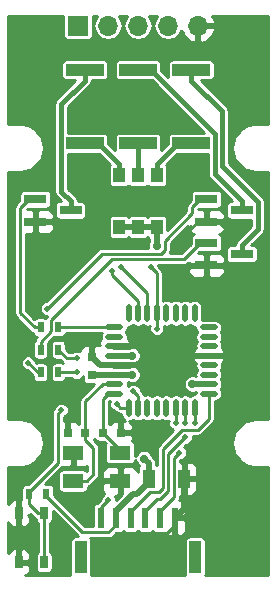
<source format=gtl>
G04 #@! TF.FileFunction,Copper,L1,Top,Signal*
%FSLAX46Y46*%
G04 Gerber Fmt 4.6, Leading zero omitted, Abs format (unit mm)*
G04 Created by KiCad (PCBNEW 4.0.7) date 07/18/18 10:51:39*
%MOMM*%
%LPD*%
G01*
G04 APERTURE LIST*
%ADD10C,0.100000*%
%ADD11R,0.600000X1.800000*%
%ADD12R,1.000000X2.800000*%
%ADD13O,1.500000X0.500000*%
%ADD14O,0.500000X1.500000*%
%ADD15R,1.000000X1.600000*%
%ADD16R,0.750000X0.800000*%
%ADD17R,1.700000X1.700000*%
%ADD18O,1.700000X1.700000*%
%ADD19R,0.500000X0.900000*%
%ADD20R,0.650000X1.050000*%
%ADD21R,0.800000X0.750000*%
%ADD22R,1.800000X1.200000*%
%ADD23R,1.900000X0.800000*%
%ADD24R,3.200000X1.000000*%
%ADD25R,1.000000X1.300000*%
%ADD26C,0.500000*%
%ADD27C,0.700000*%
%ADD28C,0.250000*%
%ADD29C,0.500000*%
%ADD30C,0.400000*%
%ADD31C,0.254000*%
G04 APERTURE END LIST*
D10*
D11*
X146875000Y-118825000D03*
X148125000Y-118825000D03*
X149375000Y-118825000D03*
X150625000Y-118825000D03*
X151875000Y-118825000D03*
X153125000Y-118825000D03*
D12*
X154850000Y-122175000D03*
X145150000Y-122175000D03*
D13*
X148000000Y-102700000D03*
X148000000Y-103500000D03*
X148000000Y-104300000D03*
X148000000Y-105100000D03*
X148000000Y-105900000D03*
X148000000Y-106700000D03*
X148000000Y-107500000D03*
X148000000Y-108300000D03*
D14*
X149200000Y-109500000D03*
X150000000Y-109500000D03*
X150800000Y-109500000D03*
X151600000Y-109500000D03*
X152400000Y-109500000D03*
X153200000Y-109500000D03*
X154000000Y-109500000D03*
X154800000Y-109500000D03*
D13*
X156000000Y-108300000D03*
X156000000Y-107500000D03*
X156000000Y-106700000D03*
X156000000Y-105900000D03*
X156000000Y-105100000D03*
X156000000Y-104300000D03*
X156000000Y-103500000D03*
X156000000Y-102700000D03*
D14*
X154800000Y-101500000D03*
X154000000Y-101500000D03*
X153200000Y-101500000D03*
X152400000Y-101500000D03*
X151600000Y-101500000D03*
X150800000Y-101500000D03*
X150000000Y-101500000D03*
X149200000Y-101500000D03*
D15*
X150900000Y-115500000D03*
X153900000Y-115500000D03*
D16*
X146100000Y-106700000D03*
X146100000Y-105200000D03*
D17*
X144920000Y-77140000D03*
D18*
X147460000Y-77140000D03*
X150000000Y-77140000D03*
X152540000Y-77140000D03*
X155080000Y-77140000D03*
D19*
X142250000Y-116800000D03*
X140750000Y-116800000D03*
D20*
X139925000Y-122575000D03*
X142075000Y-122575000D03*
X142075000Y-118425000D03*
X139925000Y-118425000D03*
D21*
X147050000Y-111600000D03*
X148550000Y-111600000D03*
X145550000Y-111600000D03*
X144050000Y-111600000D03*
D22*
X148500000Y-113300000D03*
X144500000Y-113300000D03*
X144500000Y-115700000D03*
X148500000Y-115700000D03*
D23*
X155800000Y-95550000D03*
X155800000Y-97450000D03*
X158800000Y-96500000D03*
X155800000Y-91850000D03*
X155800000Y-93750000D03*
X158800000Y-92800000D03*
X141300000Y-91850000D03*
X141300000Y-93750000D03*
X144300000Y-92800000D03*
D19*
X141750000Y-104600000D03*
X143250000Y-104600000D03*
X141750000Y-106500000D03*
X143250000Y-106500000D03*
X141750000Y-102700000D03*
X143250000Y-102700000D03*
D24*
X154500000Y-87100000D03*
X154500000Y-80900000D03*
X150000000Y-87100000D03*
X150000000Y-80900000D03*
X145500000Y-87100000D03*
X145500000Y-80900000D03*
D25*
X150000000Y-94200000D03*
X148400000Y-94200000D03*
X151600000Y-94200000D03*
X151600000Y-89800000D03*
X150000000Y-89800000D03*
X148400000Y-89800000D03*
D26*
X153506594Y-113306594D03*
X153200000Y-110800000D03*
X154000000Y-110800000D03*
X154000000Y-112000000D03*
X147500000Y-117300000D03*
X154800000Y-110800000D03*
X160300000Y-77000000D03*
X160300000Y-84800000D03*
X160300000Y-90300000D03*
X160400000Y-102000000D03*
X160200000Y-109800000D03*
X157100000Y-112600000D03*
X160300000Y-115500000D03*
X160300000Y-123200000D03*
X156400000Y-123200000D03*
X153400000Y-120600000D03*
X153400000Y-123200000D03*
X146500000Y-123200000D03*
X146500000Y-121100000D03*
X139800000Y-117100000D03*
X139400000Y-115200000D03*
X142500000Y-112500000D03*
X139400000Y-109400000D03*
X139500000Y-102500000D03*
X139500000Y-90300000D03*
X142500000Y-87400000D03*
X139500000Y-84600000D03*
X139500000Y-76600000D03*
X142800000Y-76600000D03*
X151300000Y-85700000D03*
X150500000Y-82200000D03*
X151200000Y-78500000D03*
X159300000Y-93900000D03*
X157700000Y-97700000D03*
X154000000Y-97700000D03*
X155800000Y-98700000D03*
X157600000Y-94500000D03*
X152900000Y-96300000D03*
X154500000Y-94300000D03*
X143300000Y-94100000D03*
X141300000Y-95000000D03*
X148500000Y-115700000D03*
X144500000Y-113300000D03*
X148550000Y-111600000D03*
X144050000Y-111600000D03*
D27*
X154600000Y-105100000D03*
X150000000Y-104300000D03*
X150000000Y-105900000D03*
X151600000Y-95800000D03*
X154600000Y-107500000D03*
X149500000Y-105100000D03*
X149500000Y-106700000D03*
X150500000Y-113800000D03*
D26*
X151100000Y-97600000D03*
X151600000Y-102800000D03*
X143500000Y-109700000D03*
X148600000Y-97600000D03*
X147800000Y-97900000D03*
X144800000Y-106500000D03*
X148200000Y-109200000D03*
X144800000Y-105300000D03*
X149600000Y-108100000D03*
X142300000Y-101100000D03*
X140700000Y-105700000D03*
D28*
X153050011Y-113763177D02*
X153256595Y-113556593D01*
X151875000Y-118825000D02*
X151875000Y-118225000D01*
X151875000Y-118225000D02*
X153050011Y-117049989D01*
X153050011Y-117049989D02*
X153050011Y-113763177D01*
X153256595Y-113556593D02*
X153506594Y-113306594D01*
X153200000Y-110800000D02*
X153200000Y-109500000D01*
X152550009Y-113449991D02*
X153750001Y-112249999D01*
X151599989Y-117250011D02*
X151886400Y-117250011D01*
X153750001Y-112249999D02*
X154000000Y-112000000D01*
X151886400Y-117250011D02*
X152550009Y-116586401D01*
X150625000Y-118225000D02*
X151599989Y-117250011D01*
X152550009Y-116586401D02*
X152550009Y-113449991D01*
X150625000Y-118825000D02*
X150625000Y-118225000D01*
X154000000Y-109500000D02*
X154000000Y-110800000D01*
X150625000Y-118225000D02*
X150700000Y-118150000D01*
X146875000Y-118825000D02*
X146875000Y-117925000D01*
X146875000Y-117925000D02*
X147500000Y-117300000D01*
X154800000Y-110800000D02*
X154800000Y-109500000D01*
X149375000Y-118825000D02*
X149375000Y-118225000D01*
X149375000Y-118225000D02*
X150974999Y-116625001D01*
X150974999Y-116625001D02*
X151774999Y-116625001D01*
X151774999Y-116625001D02*
X152099999Y-116300001D01*
X152099999Y-113000001D02*
X153724999Y-111375001D01*
X155076001Y-111375001D02*
X156000000Y-110451002D01*
X152099999Y-116300001D02*
X152099999Y-113000001D01*
X153724999Y-111375001D02*
X155076001Y-111375001D01*
X156000000Y-110451002D02*
X156000000Y-108800000D01*
X156000000Y-108800000D02*
X156000000Y-108300000D01*
X160300000Y-84800000D02*
X160300000Y-77000000D01*
X160800000Y-95100000D02*
X160800000Y-90800000D01*
X160800000Y-90800000D02*
X160300000Y-90300000D01*
X160649999Y-95250001D02*
X160800000Y-95100000D01*
X160400000Y-102000000D02*
X160649999Y-101750001D01*
X160649999Y-101750001D02*
X160649999Y-95250001D01*
X157100000Y-111100000D02*
X158400000Y-109800000D01*
X158400000Y-109800000D02*
X160200000Y-109800000D01*
X157100000Y-112600000D02*
X157100000Y-111100000D01*
X160300000Y-123200000D02*
X160300000Y-115500000D01*
X153400000Y-120600000D02*
X153649999Y-120350001D01*
X153649999Y-120350001D02*
X155510003Y-120350001D01*
X155510003Y-120350001D02*
X156400000Y-121239998D01*
X156400000Y-121239998D02*
X156400000Y-123200000D01*
X146500000Y-123200000D02*
X153400000Y-123200000D01*
X153125000Y-118825000D02*
X153125000Y-119425000D01*
X153125000Y-119425000D02*
X151450000Y-121100000D01*
X151385002Y-121100000D02*
X146500000Y-121100000D01*
X151450000Y-121100000D02*
X151385002Y-121100000D01*
X142500000Y-113500000D02*
X140800000Y-115200000D01*
X140800000Y-115200000D02*
X139400000Y-115200000D01*
X142500000Y-112853553D02*
X142500000Y-113500000D01*
X142500000Y-112500000D02*
X142500000Y-112853553D01*
X139500000Y-102500000D02*
X139500000Y-109300000D01*
X139500000Y-109300000D02*
X139400000Y-109400000D01*
X142500000Y-88600000D02*
X140800000Y-90300000D01*
X140800000Y-90300000D02*
X139500000Y-90300000D01*
X142500000Y-87400000D02*
X142500000Y-88600000D01*
X139500000Y-76600000D02*
X139500000Y-84600000D01*
X151200000Y-78500000D02*
X143994998Y-78500000D01*
X143994998Y-78500000D02*
X142800000Y-77305002D01*
X142800000Y-77305002D02*
X142800000Y-76600000D01*
X150500000Y-82200000D02*
X151300000Y-83000000D01*
X151300000Y-83000000D02*
X151300000Y-85700000D01*
X155080000Y-78920000D02*
X154660000Y-78500000D01*
X154660000Y-78500000D02*
X151200000Y-78500000D01*
X155080000Y-77140000D02*
X155080000Y-78920000D01*
X157600000Y-94500000D02*
X158700000Y-94500000D01*
X158700000Y-94500000D02*
X159300000Y-93900000D01*
X155800000Y-97450000D02*
X157450000Y-97450000D01*
X157450000Y-97450000D02*
X157700000Y-97700000D01*
X154550000Y-97500000D02*
X154200000Y-97500000D01*
X154200000Y-97500000D02*
X154000000Y-97700000D01*
X155800000Y-97450000D02*
X154600000Y-97450000D01*
X154600000Y-97450000D02*
X154550000Y-97500000D01*
X155800000Y-97450000D02*
X155800000Y-98700000D01*
X155800000Y-93750000D02*
X156850000Y-93750000D01*
X156850000Y-93750000D02*
X157600000Y-94500000D01*
X155800000Y-93750000D02*
X155050000Y-93750000D01*
X155050000Y-93750000D02*
X154500000Y-94300000D01*
X141300000Y-93750000D02*
X142950000Y-93750000D01*
X142950000Y-93750000D02*
X143300000Y-94100000D01*
X141300000Y-93750000D02*
X141300000Y-95000000D01*
D29*
X153125000Y-118825000D02*
X153900000Y-118050000D01*
X153900000Y-118050000D02*
X153900000Y-115500000D01*
X156000000Y-105100000D02*
X154600000Y-105100000D01*
X148000000Y-104300000D02*
X150000000Y-104300000D01*
X148000000Y-105900000D02*
X150000000Y-105900000D01*
X148000000Y-105900000D02*
X146800000Y-105900000D01*
X146800000Y-105900000D02*
X146100000Y-105200000D01*
X150000000Y-94200000D02*
X148400000Y-94200000D01*
X151600000Y-94200000D02*
X150000000Y-94200000D01*
X151600000Y-95800000D02*
X151600000Y-94200000D01*
X150900000Y-115500000D02*
X150900000Y-114200000D01*
X150900000Y-114200000D02*
X150500000Y-113800000D01*
X148125000Y-118825000D02*
X148125000Y-118225000D01*
X149550000Y-116800000D02*
X149900000Y-116800000D01*
X148125000Y-118225000D02*
X149550000Y-116800000D01*
X149900000Y-116800000D02*
X150900000Y-115800000D01*
X150900000Y-115800000D02*
X150900000Y-115500000D01*
X156000000Y-107500000D02*
X154600000Y-107500000D01*
X148000000Y-106700000D02*
X146100000Y-106700000D01*
X148000000Y-105100000D02*
X149500000Y-105100000D01*
X149500000Y-106700000D02*
X148000000Y-106700000D01*
D28*
X142250000Y-116800000D02*
X142250000Y-117000000D01*
X142250000Y-117000000D02*
X145300001Y-120050001D01*
X145300001Y-120050001D02*
X147499999Y-120050001D01*
X147499999Y-120050001D02*
X148125000Y-119425000D01*
X148125000Y-119425000D02*
X148125000Y-118825000D01*
D30*
X150000000Y-77140000D02*
X150000000Y-77400000D01*
D28*
X151600000Y-101500000D02*
X151600000Y-98100000D01*
X151600000Y-98100000D02*
X151100000Y-97600000D01*
X142075000Y-118425000D02*
X142075000Y-122575000D01*
X142075000Y-118425000D02*
X141500000Y-118425000D01*
X141500000Y-118425000D02*
X140750000Y-117675000D01*
X140750000Y-117675000D02*
X140750000Y-117500000D01*
X140750000Y-117500000D02*
X140750000Y-116800000D01*
X151600000Y-102800000D02*
X151600000Y-101500000D01*
X143200000Y-110100000D02*
X143200000Y-110000000D01*
X143200000Y-110000000D02*
X143500000Y-109700000D01*
X143200000Y-111089998D02*
X143200000Y-110100000D01*
X143200000Y-114150000D02*
X143200000Y-111089998D01*
X140750000Y-116800000D02*
X140750000Y-116600000D01*
X140750000Y-116600000D02*
X143200000Y-114150000D01*
X150800000Y-101500000D02*
X150800000Y-99800000D01*
X150800000Y-99800000D02*
X148600000Y-97600000D01*
X150000000Y-101500000D02*
X150000000Y-100500000D01*
X150000000Y-100500000D02*
X147800000Y-98300000D01*
X147800000Y-98300000D02*
X147800000Y-97900000D01*
X148000000Y-108300000D02*
X147500000Y-108300000D01*
X147500000Y-108300000D02*
X147050000Y-108750000D01*
X147050000Y-108750000D02*
X147050000Y-110975000D01*
X147050000Y-110975000D02*
X147050000Y-111600000D01*
X148500000Y-113300000D02*
X148500000Y-113050000D01*
X148500000Y-113050000D02*
X147050000Y-111600000D01*
X145550000Y-111600000D02*
X145550000Y-108950000D01*
X145550000Y-108950000D02*
X147000000Y-107500000D01*
X147000000Y-107500000D02*
X148000000Y-107500000D01*
X144500000Y-115700000D02*
X145650000Y-115700000D01*
X146200000Y-112875000D02*
X145550000Y-112225000D01*
X145650000Y-115700000D02*
X146200000Y-115150000D01*
X146200000Y-115150000D02*
X146200000Y-112875000D01*
X145550000Y-112225000D02*
X145550000Y-111600000D01*
X148000000Y-102700000D02*
X147000000Y-102700000D01*
X147000000Y-102700000D02*
X143250000Y-102700000D01*
X144800000Y-106500000D02*
X143250000Y-106500000D01*
X149200000Y-109500000D02*
X148500000Y-109500000D01*
X148500000Y-109500000D02*
X148200000Y-109200000D01*
X144800000Y-105300000D02*
X143950000Y-105300000D01*
X143950000Y-105300000D02*
X143250000Y-104600000D01*
X150000000Y-109500000D02*
X150000000Y-108500000D01*
X150000000Y-108500000D02*
X149600000Y-108100000D01*
X147811399Y-96925012D02*
X153874988Y-96925012D01*
X142674999Y-102975001D02*
X142674999Y-102061412D01*
X155250000Y-95550000D02*
X155800000Y-95550000D01*
X141750000Y-103900000D02*
X142674999Y-102975001D01*
X141750000Y-104600000D02*
X141750000Y-103900000D01*
X142674999Y-102061412D02*
X147811399Y-96925012D01*
X153874988Y-96925012D02*
X155250000Y-95550000D01*
D30*
X160150001Y-92050001D02*
X157100012Y-89000012D01*
X157100012Y-84400012D02*
X154500000Y-81800000D01*
X157100012Y-89000012D02*
X157100012Y-84400012D01*
X154500000Y-81800000D02*
X154500000Y-80900000D01*
X158800000Y-96500000D02*
X158800000Y-95700000D01*
X158800000Y-95700000D02*
X160150001Y-94349999D01*
X160150001Y-94349999D02*
X160150001Y-92050001D01*
D28*
X142300000Y-101100000D02*
X146924999Y-96475001D01*
X146924999Y-96475001D02*
X151924001Y-96475001D01*
X155250000Y-91850000D02*
X155800000Y-91850000D01*
X151924001Y-96475001D02*
X152275001Y-96124001D01*
X154600000Y-92500000D02*
X155250000Y-91850000D01*
X154600000Y-93050000D02*
X154600000Y-92500000D01*
X152275001Y-96124001D02*
X152275001Y-95374999D01*
X152275001Y-95374999D02*
X154600000Y-93050000D01*
X141750000Y-106500000D02*
X141500000Y-106500000D01*
X141500000Y-106500000D02*
X140700000Y-105700000D01*
D30*
X156500000Y-89700000D02*
X156500000Y-86300000D01*
X156500000Y-86300000D02*
X151100000Y-80900000D01*
X151100000Y-80900000D02*
X150000000Y-80900000D01*
X158800000Y-92800000D02*
X158800000Y-92000000D01*
X158800000Y-92000000D02*
X156500000Y-89700000D01*
D28*
X141750000Y-102700000D02*
X141250000Y-102700000D01*
X141250000Y-102700000D02*
X140024999Y-101474999D01*
X140024999Y-101474999D02*
X140024999Y-92575001D01*
X140024999Y-92575001D02*
X140750000Y-91850000D01*
X140750000Y-91850000D02*
X141300000Y-91850000D01*
D30*
X145500000Y-80900000D02*
X145500000Y-81800000D01*
X145500000Y-81800000D02*
X143499999Y-83800001D01*
X144300000Y-92000000D02*
X144300000Y-92800000D01*
X143499999Y-83800001D02*
X143499999Y-91199999D01*
X143499999Y-91199999D02*
X144300000Y-92000000D01*
X154500000Y-87100000D02*
X153400000Y-87100000D01*
X153400000Y-87100000D02*
X151600000Y-88900000D01*
X151600000Y-88900000D02*
X151600000Y-89800000D01*
X150000000Y-87100000D02*
X150000000Y-89800000D01*
X145500000Y-87100000D02*
X146600000Y-87100000D01*
X146600000Y-87100000D02*
X148400000Y-88900000D01*
X148400000Y-88900000D02*
X148400000Y-89800000D01*
D31*
G36*
X143681536Y-77990000D02*
X143708103Y-78131190D01*
X143791546Y-78260865D01*
X143918866Y-78347859D01*
X144070000Y-78378464D01*
X145770000Y-78378464D01*
X145911190Y-78351897D01*
X146040865Y-78268454D01*
X146127859Y-78141134D01*
X146158464Y-77990000D01*
X146158464Y-76301000D01*
X146552425Y-76301000D01*
X146322704Y-76644800D01*
X146229000Y-77115883D01*
X146229000Y-77164117D01*
X146322704Y-77635200D01*
X146589552Y-78034565D01*
X146988917Y-78301413D01*
X147460000Y-78395117D01*
X147931083Y-78301413D01*
X148330448Y-78034565D01*
X148597296Y-77635200D01*
X148691000Y-77164117D01*
X148691000Y-77115883D01*
X148597296Y-76644800D01*
X148367575Y-76301000D01*
X149092425Y-76301000D01*
X148862704Y-76644800D01*
X148769000Y-77115883D01*
X148769000Y-77164117D01*
X148862704Y-77635200D01*
X149129552Y-78034565D01*
X149528917Y-78301413D01*
X150000000Y-78395117D01*
X150471083Y-78301413D01*
X150870448Y-78034565D01*
X151137296Y-77635200D01*
X151231000Y-77164117D01*
X151231000Y-77115883D01*
X151137296Y-76644800D01*
X150907575Y-76301000D01*
X151632425Y-76301000D01*
X151402704Y-76644800D01*
X151309000Y-77115883D01*
X151309000Y-77164117D01*
X151402704Y-77635200D01*
X151669552Y-78034565D01*
X152068917Y-78301413D01*
X152540000Y-78395117D01*
X153011083Y-78301413D01*
X153410448Y-78034565D01*
X153677296Y-77635200D01*
X153685083Y-77596053D01*
X153884817Y-78021358D01*
X154313076Y-78411645D01*
X154723110Y-78581476D01*
X154953000Y-78460155D01*
X154953000Y-77267000D01*
X155207000Y-77267000D01*
X155207000Y-78460155D01*
X155436890Y-78581476D01*
X155846924Y-78411645D01*
X156275183Y-78021358D01*
X156521486Y-77496892D01*
X156400819Y-77267000D01*
X155207000Y-77267000D01*
X154953000Y-77267000D01*
X154933000Y-77267000D01*
X154933000Y-77013000D01*
X154953000Y-77013000D01*
X154953000Y-76993000D01*
X155207000Y-76993000D01*
X155207000Y-77013000D01*
X156400819Y-77013000D01*
X156521486Y-76783108D01*
X156295075Y-76301000D01*
X160999000Y-76301000D01*
X160999000Y-85469000D01*
X160000000Y-85469000D01*
X159958365Y-85477282D01*
X159915916Y-85477282D01*
X159303628Y-85599074D01*
X159148256Y-85663430D01*
X158629179Y-86010265D01*
X158510265Y-86129179D01*
X158163429Y-86648257D01*
X158099074Y-86803624D01*
X158099074Y-86803627D01*
X157977283Y-87415911D01*
X157977281Y-87415916D01*
X157977282Y-87500000D01*
X157977281Y-87584084D01*
X157977283Y-87584089D01*
X158099074Y-88196373D01*
X158099074Y-88196376D01*
X158163429Y-88351743D01*
X158510265Y-88870821D01*
X158629179Y-88989735D01*
X159148256Y-89336570D01*
X159303624Y-89400926D01*
X159303628Y-89400926D01*
X159915916Y-89522718D01*
X159958365Y-89522718D01*
X160000000Y-89531000D01*
X160999000Y-89531000D01*
X160999000Y-110469000D01*
X160000000Y-110469000D01*
X159958365Y-110477282D01*
X159915916Y-110477282D01*
X159303628Y-110599074D01*
X159148256Y-110663430D01*
X158629179Y-111010265D01*
X158510265Y-111129179D01*
X158163429Y-111648257D01*
X158099074Y-111803624D01*
X158099074Y-111803627D01*
X157977283Y-112415911D01*
X157977281Y-112415916D01*
X157977282Y-112500000D01*
X157977281Y-112584084D01*
X157977283Y-112584089D01*
X158099074Y-113196373D01*
X158099074Y-113196376D01*
X158163429Y-113351743D01*
X158510265Y-113870821D01*
X158629179Y-113989735D01*
X159148256Y-114336570D01*
X159303624Y-114400926D01*
X159303628Y-114400926D01*
X159915916Y-114522718D01*
X159958365Y-114522718D01*
X160000000Y-114531000D01*
X160999000Y-114531000D01*
X160999000Y-123699000D01*
X155713354Y-123699000D01*
X155738464Y-123575000D01*
X155738464Y-120775000D01*
X155711897Y-120633810D01*
X155628454Y-120504135D01*
X155501134Y-120417141D01*
X155350000Y-120386536D01*
X154350000Y-120386536D01*
X154208810Y-120413103D01*
X154079135Y-120496546D01*
X153992141Y-120623866D01*
X153961536Y-120775000D01*
X153961536Y-123575000D01*
X153984868Y-123699000D01*
X146013354Y-123699000D01*
X146038464Y-123575000D01*
X146038464Y-120775000D01*
X146011897Y-120633810D01*
X145961829Y-120556001D01*
X147499999Y-120556001D01*
X147693637Y-120517484D01*
X147857795Y-120407797D01*
X148152128Y-120113464D01*
X148425000Y-120113464D01*
X148566190Y-120086897D01*
X148695865Y-120003454D01*
X148750230Y-119923888D01*
X148796546Y-119995865D01*
X148923866Y-120082859D01*
X149075000Y-120113464D01*
X149675000Y-120113464D01*
X149816190Y-120086897D01*
X149945865Y-120003454D01*
X150000230Y-119923888D01*
X150046546Y-119995865D01*
X150173866Y-120082859D01*
X150325000Y-120113464D01*
X150925000Y-120113464D01*
X151066190Y-120086897D01*
X151195865Y-120003454D01*
X151250230Y-119923888D01*
X151296546Y-119995865D01*
X151423866Y-120082859D01*
X151575000Y-120113464D01*
X152175000Y-120113464D01*
X152293197Y-120091223D01*
X152465302Y-120263327D01*
X152698691Y-120360000D01*
X152839250Y-120360000D01*
X152998000Y-120201250D01*
X152998000Y-118952000D01*
X153252000Y-118952000D01*
X153252000Y-120201250D01*
X153410750Y-120360000D01*
X153551309Y-120360000D01*
X153784698Y-120263327D01*
X153963327Y-120084699D01*
X154060000Y-119851310D01*
X154060000Y-119110750D01*
X153901250Y-118952000D01*
X153252000Y-118952000D01*
X152998000Y-118952000D01*
X152978000Y-118952000D01*
X152978000Y-118698000D01*
X152998000Y-118698000D01*
X152998000Y-118678000D01*
X153252000Y-118678000D01*
X153252000Y-118698000D01*
X153901250Y-118698000D01*
X154060000Y-118539250D01*
X154060000Y-117798690D01*
X153963327Y-117565301D01*
X153784698Y-117386673D01*
X153551309Y-117290000D01*
X153486509Y-117290000D01*
X153517494Y-117243627D01*
X153556011Y-117049989D01*
X153556011Y-116935000D01*
X153614250Y-116935000D01*
X153773000Y-116776250D01*
X153773000Y-115627000D01*
X154027000Y-115627000D01*
X154027000Y-116776250D01*
X154185750Y-116935000D01*
X154526309Y-116935000D01*
X154759698Y-116838327D01*
X154938327Y-116659699D01*
X155035000Y-116426310D01*
X155035000Y-115785750D01*
X154876250Y-115627000D01*
X154027000Y-115627000D01*
X153773000Y-115627000D01*
X153753000Y-115627000D01*
X153753000Y-115373000D01*
X153773000Y-115373000D01*
X153773000Y-114223750D01*
X154027000Y-114223750D01*
X154027000Y-115373000D01*
X154876250Y-115373000D01*
X155035000Y-115214250D01*
X155035000Y-114573690D01*
X154938327Y-114340301D01*
X154759698Y-114161673D01*
X154526309Y-114065000D01*
X154185750Y-114065000D01*
X154027000Y-114223750D01*
X153773000Y-114223750D01*
X153614250Y-114065000D01*
X153556011Y-114065000D01*
X153556011Y-113972769D01*
X153591112Y-113937668D01*
X153631557Y-113937703D01*
X153863560Y-113841842D01*
X154041218Y-113664493D01*
X154137484Y-113432658D01*
X154137703Y-113181631D01*
X154041842Y-112949628D01*
X153904023Y-112811569D01*
X154084518Y-112631074D01*
X154124963Y-112631109D01*
X154356966Y-112535248D01*
X154534624Y-112357899D01*
X154630890Y-112126064D01*
X154631104Y-111881001D01*
X155076001Y-111881001D01*
X155269639Y-111842484D01*
X155433797Y-111732797D01*
X156357796Y-110808798D01*
X156467483Y-110644640D01*
X156506000Y-110451002D01*
X156506000Y-108931000D01*
X156522158Y-108931000D01*
X156763631Y-108882968D01*
X156968342Y-108746184D01*
X157105126Y-108541473D01*
X157153158Y-108300000D01*
X157105126Y-108058527D01*
X156999201Y-107900000D01*
X157105126Y-107741473D01*
X157153158Y-107500000D01*
X157105126Y-107258527D01*
X156999201Y-107100000D01*
X157105126Y-106941473D01*
X157153158Y-106700000D01*
X157105126Y-106458527D01*
X156999201Y-106300000D01*
X157105126Y-106141473D01*
X157153158Y-105900000D01*
X157118060Y-105723549D01*
X157215593Y-105635987D01*
X157345787Y-105360518D01*
X157215412Y-105225000D01*
X156127000Y-105225000D01*
X156127000Y-105247000D01*
X155873000Y-105247000D01*
X155873000Y-105225000D01*
X154784588Y-105225000D01*
X154654213Y-105360518D01*
X154784407Y-105635987D01*
X154881940Y-105723549D01*
X154846842Y-105900000D01*
X154894874Y-106141473D01*
X155000799Y-106300000D01*
X154894874Y-106458527D01*
X154846842Y-106700000D01*
X154870905Y-106820975D01*
X154746043Y-106769127D01*
X154455233Y-106768874D01*
X154186463Y-106879927D01*
X153980650Y-107085381D01*
X153869127Y-107353957D01*
X153868874Y-107644767D01*
X153979927Y-107913537D01*
X154185381Y-108119350D01*
X154453957Y-108230873D01*
X154744767Y-108231126D01*
X154870909Y-108179005D01*
X154846842Y-108300000D01*
X154858473Y-108358473D01*
X154800000Y-108346842D01*
X154558527Y-108394874D01*
X154400000Y-108500799D01*
X154241473Y-108394874D01*
X154000000Y-108346842D01*
X153758527Y-108394874D01*
X153600000Y-108500799D01*
X153441473Y-108394874D01*
X153200000Y-108346842D01*
X152958527Y-108394874D01*
X152800000Y-108500799D01*
X152641473Y-108394874D01*
X152400000Y-108346842D01*
X152158527Y-108394874D01*
X152000000Y-108500799D01*
X151841473Y-108394874D01*
X151600000Y-108346842D01*
X151358527Y-108394874D01*
X151200000Y-108500799D01*
X151041473Y-108394874D01*
X150800000Y-108346842D01*
X150558527Y-108394874D01*
X150493705Y-108438187D01*
X150467483Y-108306362D01*
X150357796Y-108142204D01*
X150231074Y-108015482D01*
X150231109Y-107975037D01*
X150135248Y-107743034D01*
X149957899Y-107565376D01*
X149726064Y-107469110D01*
X149475037Y-107468891D01*
X149243034Y-107564752D01*
X149114819Y-107692744D01*
X149153158Y-107500000D01*
X149120091Y-107333763D01*
X149353957Y-107430873D01*
X149644767Y-107431126D01*
X149913537Y-107320073D01*
X150119350Y-107114619D01*
X150230873Y-106846043D01*
X150231126Y-106555233D01*
X150120073Y-106286463D01*
X149914619Y-106080650D01*
X149646043Y-105969127D01*
X149355233Y-105968874D01*
X149216546Y-106026178D01*
X149215412Y-106025000D01*
X148127000Y-106025000D01*
X148127000Y-106047000D01*
X147873000Y-106047000D01*
X147873000Y-106025000D01*
X147853000Y-106025000D01*
X147853000Y-105775000D01*
X147873000Y-105775000D01*
X147873000Y-105753000D01*
X148127000Y-105753000D01*
X148127000Y-105775000D01*
X149215412Y-105775000D01*
X149216551Y-105773817D01*
X149353957Y-105830873D01*
X149644767Y-105831126D01*
X149913537Y-105720073D01*
X150119350Y-105514619D01*
X150230873Y-105246043D01*
X150231126Y-104955233D01*
X150120073Y-104686463D01*
X149914619Y-104480650D01*
X149646043Y-104369127D01*
X149355233Y-104368874D01*
X149216546Y-104426178D01*
X149215412Y-104425000D01*
X148127000Y-104425000D01*
X148127000Y-104447000D01*
X147873000Y-104447000D01*
X147873000Y-104425000D01*
X147853000Y-104425000D01*
X147853000Y-104175000D01*
X147873000Y-104175000D01*
X147873000Y-104153000D01*
X148127000Y-104153000D01*
X148127000Y-104175000D01*
X149215412Y-104175000D01*
X149345787Y-104039482D01*
X149215593Y-103764013D01*
X149118060Y-103676451D01*
X149153158Y-103500000D01*
X149105126Y-103258527D01*
X148999201Y-103100000D01*
X149105126Y-102941473D01*
X149153158Y-102700000D01*
X149141527Y-102641527D01*
X149200000Y-102653158D01*
X149441473Y-102605126D01*
X149600000Y-102499201D01*
X149758527Y-102605126D01*
X150000000Y-102653158D01*
X150241473Y-102605126D01*
X150400000Y-102499201D01*
X150558527Y-102605126D01*
X150800000Y-102653158D01*
X150993740Y-102614621D01*
X150969110Y-102673936D01*
X150968891Y-102924963D01*
X151064752Y-103156966D01*
X151242101Y-103334624D01*
X151473936Y-103430890D01*
X151724963Y-103431109D01*
X151956966Y-103335248D01*
X152134624Y-103157899D01*
X152230890Y-102926064D01*
X152231109Y-102675037D01*
X152206135Y-102614596D01*
X152400000Y-102653158D01*
X152641473Y-102605126D01*
X152800000Y-102499201D01*
X152958527Y-102605126D01*
X153200000Y-102653158D01*
X153441473Y-102605126D01*
X153600000Y-102499201D01*
X153758527Y-102605126D01*
X154000000Y-102653158D01*
X154241473Y-102605126D01*
X154400000Y-102499201D01*
X154558527Y-102605126D01*
X154800000Y-102653158D01*
X154858473Y-102641527D01*
X154846842Y-102700000D01*
X154894874Y-102941473D01*
X155000799Y-103100000D01*
X154894874Y-103258527D01*
X154846842Y-103500000D01*
X154894874Y-103741473D01*
X155000799Y-103900000D01*
X154894874Y-104058527D01*
X154846842Y-104300000D01*
X154881940Y-104476451D01*
X154784407Y-104564013D01*
X154654213Y-104839482D01*
X154784588Y-104975000D01*
X155873000Y-104975000D01*
X155873000Y-104953000D01*
X156127000Y-104953000D01*
X156127000Y-104975000D01*
X157215412Y-104975000D01*
X157345787Y-104839482D01*
X157215593Y-104564013D01*
X157118060Y-104476451D01*
X157153158Y-104300000D01*
X157105126Y-104058527D01*
X156999201Y-103900000D01*
X157105126Y-103741473D01*
X157153158Y-103500000D01*
X157105126Y-103258527D01*
X156999201Y-103100000D01*
X157105126Y-102941473D01*
X157153158Y-102700000D01*
X157105126Y-102458527D01*
X156968342Y-102253816D01*
X156763631Y-102117032D01*
X156522158Y-102069000D01*
X155477842Y-102069000D01*
X155419369Y-102080631D01*
X155431000Y-102022158D01*
X155431000Y-100977842D01*
X155382968Y-100736369D01*
X155246184Y-100531658D01*
X155041473Y-100394874D01*
X154800000Y-100346842D01*
X154558527Y-100394874D01*
X154400000Y-100500799D01*
X154241473Y-100394874D01*
X154000000Y-100346842D01*
X153758527Y-100394874D01*
X153600000Y-100500799D01*
X153441473Y-100394874D01*
X153200000Y-100346842D01*
X152958527Y-100394874D01*
X152800000Y-100500799D01*
X152641473Y-100394874D01*
X152400000Y-100346842D01*
X152158527Y-100394874D01*
X152106000Y-100429972D01*
X152106000Y-98100000D01*
X152067483Y-97906362D01*
X151957796Y-97742204D01*
X151951342Y-97735750D01*
X154215000Y-97735750D01*
X154215000Y-97976310D01*
X154311673Y-98209699D01*
X154490302Y-98388327D01*
X154723691Y-98485000D01*
X155514250Y-98485000D01*
X155673000Y-98326250D01*
X155673000Y-97577000D01*
X155927000Y-97577000D01*
X155927000Y-98326250D01*
X156085750Y-98485000D01*
X156876309Y-98485000D01*
X157109698Y-98388327D01*
X157288327Y-98209699D01*
X157385000Y-97976310D01*
X157385000Y-97735750D01*
X157226250Y-97577000D01*
X155927000Y-97577000D01*
X155673000Y-97577000D01*
X154373750Y-97577000D01*
X154215000Y-97735750D01*
X151951342Y-97735750D01*
X151731074Y-97515482D01*
X151731109Y-97475037D01*
X151712918Y-97431012D01*
X153874988Y-97431012D01*
X154068626Y-97392495D01*
X154232784Y-97282808D01*
X154283171Y-97232421D01*
X154373750Y-97323000D01*
X155673000Y-97323000D01*
X155673000Y-96573750D01*
X155927000Y-96573750D01*
X155927000Y-97323000D01*
X157226250Y-97323000D01*
X157385000Y-97164250D01*
X157385000Y-96923690D01*
X157288327Y-96690301D01*
X157109698Y-96511673D01*
X156876309Y-96415000D01*
X156085750Y-96415000D01*
X155927000Y-96573750D01*
X155673000Y-96573750D01*
X155514250Y-96415000D01*
X155100592Y-96415000D01*
X155177128Y-96338464D01*
X156750000Y-96338464D01*
X156891190Y-96311897D01*
X157020865Y-96228454D01*
X157107859Y-96101134D01*
X157138464Y-95950000D01*
X157138464Y-95150000D01*
X157111897Y-95008810D01*
X157028454Y-94879135D01*
X156901134Y-94792141D01*
X156865870Y-94785000D01*
X156876309Y-94785000D01*
X157109698Y-94688327D01*
X157288327Y-94509699D01*
X157385000Y-94276310D01*
X157385000Y-94035750D01*
X157226250Y-93877000D01*
X155927000Y-93877000D01*
X155927000Y-93897000D01*
X155673000Y-93897000D01*
X155673000Y-93877000D01*
X155653000Y-93877000D01*
X155653000Y-93623000D01*
X155673000Y-93623000D01*
X155673000Y-92873750D01*
X155927000Y-92873750D01*
X155927000Y-93623000D01*
X157226250Y-93623000D01*
X157385000Y-93464250D01*
X157385000Y-93223690D01*
X157288327Y-92990301D01*
X157109698Y-92811673D01*
X156876309Y-92715000D01*
X156085750Y-92715000D01*
X155927000Y-92873750D01*
X155673000Y-92873750D01*
X155514250Y-92715000D01*
X155106000Y-92715000D01*
X155106000Y-92709592D01*
X155177128Y-92638464D01*
X156750000Y-92638464D01*
X156891190Y-92611897D01*
X157020865Y-92528454D01*
X157107859Y-92401134D01*
X157138464Y-92250000D01*
X157138464Y-91450000D01*
X157111897Y-91308810D01*
X157028454Y-91179135D01*
X156901134Y-91092141D01*
X156750000Y-91061536D01*
X154850000Y-91061536D01*
X154708810Y-91088103D01*
X154579135Y-91171546D01*
X154492141Y-91298866D01*
X154461536Y-91450000D01*
X154461536Y-91922872D01*
X154242204Y-92142204D01*
X154132517Y-92306362D01*
X154094000Y-92500000D01*
X154094000Y-92840408D01*
X152488464Y-94445944D01*
X152488464Y-93550000D01*
X152461897Y-93408810D01*
X152378454Y-93279135D01*
X152251134Y-93192141D01*
X152100000Y-93161536D01*
X151100000Y-93161536D01*
X150958810Y-93188103D01*
X150829135Y-93271546D01*
X150800520Y-93313426D01*
X150778454Y-93279135D01*
X150651134Y-93192141D01*
X150500000Y-93161536D01*
X149500000Y-93161536D01*
X149358810Y-93188103D01*
X149229135Y-93271546D01*
X149200520Y-93313426D01*
X149178454Y-93279135D01*
X149051134Y-93192141D01*
X148900000Y-93161536D01*
X147900000Y-93161536D01*
X147758810Y-93188103D01*
X147629135Y-93271546D01*
X147542141Y-93398866D01*
X147511536Y-93550000D01*
X147511536Y-94850000D01*
X147538103Y-94991190D01*
X147621546Y-95120865D01*
X147748866Y-95207859D01*
X147900000Y-95238464D01*
X148900000Y-95238464D01*
X149041190Y-95211897D01*
X149170865Y-95128454D01*
X149199480Y-95086574D01*
X149221546Y-95120865D01*
X149348866Y-95207859D01*
X149500000Y-95238464D01*
X150500000Y-95238464D01*
X150641190Y-95211897D01*
X150770865Y-95128454D01*
X150799480Y-95086574D01*
X150821546Y-95120865D01*
X150948866Y-95207859D01*
X150969000Y-95211936D01*
X150969000Y-95413437D01*
X150869127Y-95653957D01*
X150868874Y-95944767D01*
X150878887Y-95969001D01*
X146924999Y-95969001D01*
X146731361Y-96007518D01*
X146567203Y-96117205D01*
X142215482Y-100468926D01*
X142175037Y-100468891D01*
X141943034Y-100564752D01*
X141765376Y-100742101D01*
X141669110Y-100973936D01*
X141668891Y-101224963D01*
X141764752Y-101456966D01*
X141942101Y-101634624D01*
X142173936Y-101730890D01*
X142298906Y-101730999D01*
X142207516Y-101867774D01*
X142196503Y-101923140D01*
X142151134Y-101892141D01*
X142000000Y-101861536D01*
X141500000Y-101861536D01*
X141358810Y-101888103D01*
X141234005Y-101968413D01*
X140530999Y-101265407D01*
X140530999Y-94785000D01*
X141014250Y-94785000D01*
X141173000Y-94626250D01*
X141173000Y-93877000D01*
X141427000Y-93877000D01*
X141427000Y-94626250D01*
X141585750Y-94785000D01*
X142376309Y-94785000D01*
X142609698Y-94688327D01*
X142788327Y-94509699D01*
X142885000Y-94276310D01*
X142885000Y-94035750D01*
X142726250Y-93877000D01*
X141427000Y-93877000D01*
X141173000Y-93877000D01*
X141153000Y-93877000D01*
X141153000Y-93623000D01*
X141173000Y-93623000D01*
X141173000Y-92873750D01*
X141427000Y-92873750D01*
X141427000Y-93623000D01*
X142726250Y-93623000D01*
X142885000Y-93464250D01*
X142885000Y-93223690D01*
X142788327Y-92990301D01*
X142609698Y-92811673D01*
X142376309Y-92715000D01*
X141585750Y-92715000D01*
X141427000Y-92873750D01*
X141173000Y-92873750D01*
X141014250Y-92715000D01*
X140600592Y-92715000D01*
X140677128Y-92638464D01*
X142250000Y-92638464D01*
X142391190Y-92611897D01*
X142520865Y-92528454D01*
X142607859Y-92401134D01*
X142638464Y-92250000D01*
X142638464Y-91450000D01*
X142611897Y-91308810D01*
X142528454Y-91179135D01*
X142401134Y-91092141D01*
X142250000Y-91061536D01*
X140350000Y-91061536D01*
X140208810Y-91088103D01*
X140079135Y-91171546D01*
X139992141Y-91298866D01*
X139961536Y-91450000D01*
X139961536Y-91922872D01*
X139667203Y-92217205D01*
X139557516Y-92381363D01*
X139518999Y-92575001D01*
X139518999Y-101474999D01*
X139557516Y-101668637D01*
X139667203Y-101832795D01*
X140892204Y-103057796D01*
X141056362Y-103167483D01*
X141117099Y-103179564D01*
X141138103Y-103291190D01*
X141221546Y-103420865D01*
X141348866Y-103507859D01*
X141413467Y-103520941D01*
X141392204Y-103542204D01*
X141282517Y-103706362D01*
X141252673Y-103856400D01*
X141229135Y-103871546D01*
X141142141Y-103998866D01*
X141111536Y-104150000D01*
X141111536Y-105050000D01*
X141138103Y-105191190D01*
X141221546Y-105320865D01*
X141348866Y-105407859D01*
X141500000Y-105438464D01*
X142000000Y-105438464D01*
X142141190Y-105411897D01*
X142270865Y-105328454D01*
X142357859Y-105201134D01*
X142388464Y-105050000D01*
X142388464Y-104150000D01*
X142361897Y-104008810D01*
X142359894Y-104005698D01*
X142856240Y-103509352D01*
X143000000Y-103538464D01*
X143500000Y-103538464D01*
X143641190Y-103511897D01*
X143770865Y-103428454D01*
X143857859Y-103301134D01*
X143877124Y-103206000D01*
X146929972Y-103206000D01*
X146894874Y-103258527D01*
X146846842Y-103500000D01*
X146881940Y-103676451D01*
X146784407Y-103764013D01*
X146654213Y-104039482D01*
X146782662Y-104172998D01*
X146620619Y-104172998D01*
X146601310Y-104165000D01*
X146385750Y-104165000D01*
X146227000Y-104323750D01*
X146227000Y-105073000D01*
X146247000Y-105073000D01*
X146247000Y-105327000D01*
X146227000Y-105327000D01*
X146227000Y-105347000D01*
X145973000Y-105347000D01*
X145973000Y-105327000D01*
X145953000Y-105327000D01*
X145953000Y-105073000D01*
X145973000Y-105073000D01*
X145973000Y-104323750D01*
X145814250Y-104165000D01*
X145598690Y-104165000D01*
X145365301Y-104261673D01*
X145186673Y-104440302D01*
X145090000Y-104673691D01*
X145090000Y-104737182D01*
X144926064Y-104669110D01*
X144675037Y-104668891D01*
X144443034Y-104764752D01*
X144413735Y-104794000D01*
X144159592Y-104794000D01*
X143888464Y-104522872D01*
X143888464Y-104150000D01*
X143861897Y-104008810D01*
X143778454Y-103879135D01*
X143651134Y-103792141D01*
X143500000Y-103761536D01*
X143000000Y-103761536D01*
X142858810Y-103788103D01*
X142729135Y-103871546D01*
X142642141Y-103998866D01*
X142611536Y-104150000D01*
X142611536Y-105050000D01*
X142638103Y-105191190D01*
X142721546Y-105320865D01*
X142848866Y-105407859D01*
X143000000Y-105438464D01*
X143372872Y-105438464D01*
X143592204Y-105657796D01*
X143640331Y-105689953D01*
X143500000Y-105661536D01*
X143000000Y-105661536D01*
X142858810Y-105688103D01*
X142729135Y-105771546D01*
X142642141Y-105898866D01*
X142611536Y-106050000D01*
X142611536Y-106950000D01*
X142638103Y-107091190D01*
X142721546Y-107220865D01*
X142848866Y-107307859D01*
X143000000Y-107338464D01*
X143500000Y-107338464D01*
X143641190Y-107311897D01*
X143770865Y-107228454D01*
X143857859Y-107101134D01*
X143877124Y-107006000D01*
X144413527Y-107006000D01*
X144442101Y-107034624D01*
X144673936Y-107130890D01*
X144924963Y-107131109D01*
X145156966Y-107035248D01*
X145334624Y-106857899D01*
X145336536Y-106853294D01*
X145336536Y-107100000D01*
X145363103Y-107241190D01*
X145446546Y-107370865D01*
X145573866Y-107457859D01*
X145725000Y-107488464D01*
X146295944Y-107488464D01*
X145192204Y-108592204D01*
X145082517Y-108756362D01*
X145044000Y-108950000D01*
X145044000Y-110856481D01*
X145008810Y-110863103D01*
X144991919Y-110873972D01*
X144988327Y-110865301D01*
X144809698Y-110686673D01*
X144576309Y-110590000D01*
X144335750Y-110590000D01*
X144177000Y-110748750D01*
X144177000Y-111473000D01*
X144197000Y-111473000D01*
X144197000Y-111727000D01*
X144177000Y-111727000D01*
X144177000Y-111747000D01*
X143923000Y-111747000D01*
X143923000Y-111727000D01*
X143903000Y-111727000D01*
X143903000Y-111473000D01*
X143923000Y-111473000D01*
X143923000Y-110748750D01*
X143764250Y-110590000D01*
X143706000Y-110590000D01*
X143706000Y-110297625D01*
X143856966Y-110235248D01*
X144034624Y-110057899D01*
X144130890Y-109826064D01*
X144131109Y-109575037D01*
X144035248Y-109343034D01*
X143857899Y-109165376D01*
X143626064Y-109069110D01*
X143375037Y-109068891D01*
X143143034Y-109164752D01*
X142965376Y-109342101D01*
X142869110Y-109573936D01*
X142869074Y-109615334D01*
X142842204Y-109642204D01*
X142732517Y-109806362D01*
X142694000Y-110000000D01*
X142694000Y-113940408D01*
X140672872Y-115961536D01*
X140500000Y-115961536D01*
X140358810Y-115988103D01*
X140229135Y-116071546D01*
X140142141Y-116198866D01*
X140111536Y-116350000D01*
X140111536Y-117250000D01*
X140129624Y-117346126D01*
X140052000Y-117423750D01*
X140052000Y-118298000D01*
X140072000Y-118298000D01*
X140072000Y-118552000D01*
X140052000Y-118552000D01*
X140052000Y-119426250D01*
X140210750Y-119585000D01*
X140376310Y-119585000D01*
X140609699Y-119488327D01*
X140788327Y-119309698D01*
X140885000Y-119076309D01*
X140885000Y-118710750D01*
X140726252Y-118552002D01*
X140885000Y-118552002D01*
X140885000Y-118525592D01*
X141142204Y-118782796D01*
X141306362Y-118892483D01*
X141361536Y-118903458D01*
X141361536Y-118950000D01*
X141388103Y-119091190D01*
X141471546Y-119220865D01*
X141569000Y-119287452D01*
X141569000Y-121713720D01*
X141479135Y-121771546D01*
X141392141Y-121898866D01*
X141361536Y-122050000D01*
X141361536Y-123100000D01*
X141388103Y-123241190D01*
X141471546Y-123370865D01*
X141598866Y-123457859D01*
X141750000Y-123488464D01*
X142400000Y-123488464D01*
X142541190Y-123461897D01*
X142670865Y-123378454D01*
X142757859Y-123251134D01*
X142788464Y-123100000D01*
X142788464Y-122050000D01*
X142761897Y-121908810D01*
X142678454Y-121779135D01*
X142581000Y-121712548D01*
X142581000Y-119286280D01*
X142670865Y-119228454D01*
X142757859Y-119101134D01*
X142788464Y-118950000D01*
X142788464Y-118254056D01*
X144920944Y-120386536D01*
X144650000Y-120386536D01*
X144508810Y-120413103D01*
X144379135Y-120496546D01*
X144292141Y-120623866D01*
X144261536Y-120775000D01*
X144261536Y-123575000D01*
X144284868Y-123699000D01*
X140463222Y-123699000D01*
X140609699Y-123638327D01*
X140788327Y-123459698D01*
X140885000Y-123226309D01*
X140885000Y-122860750D01*
X140726250Y-122702000D01*
X140052000Y-122702000D01*
X140052000Y-122722000D01*
X139798000Y-122722000D01*
X139798000Y-122702000D01*
X139778000Y-122702000D01*
X139778000Y-122448000D01*
X139798000Y-122448000D01*
X139798000Y-121573750D01*
X140052000Y-121573750D01*
X140052000Y-122448000D01*
X140726250Y-122448000D01*
X140885000Y-122289250D01*
X140885000Y-121923691D01*
X140788327Y-121690302D01*
X140609699Y-121511673D01*
X140376310Y-121415000D01*
X140210750Y-121415000D01*
X140052000Y-121573750D01*
X139798000Y-121573750D01*
X139639250Y-121415000D01*
X139473690Y-121415000D01*
X139240301Y-121511673D01*
X139061673Y-121690302D01*
X139001000Y-121836779D01*
X139001000Y-119163221D01*
X139061673Y-119309698D01*
X139240301Y-119488327D01*
X139473690Y-119585000D01*
X139639250Y-119585000D01*
X139798000Y-119426250D01*
X139798000Y-118552000D01*
X139778000Y-118552000D01*
X139778000Y-118298000D01*
X139798000Y-118298000D01*
X139798000Y-117423750D01*
X139639250Y-117265000D01*
X139473690Y-117265000D01*
X139240301Y-117361673D01*
X139061673Y-117540302D01*
X139001000Y-117686779D01*
X139001000Y-114531000D01*
X140000000Y-114531000D01*
X140041635Y-114522718D01*
X140084084Y-114522718D01*
X140696373Y-114400926D01*
X140696376Y-114400926D01*
X140851743Y-114336571D01*
X140851744Y-114336571D01*
X140851746Y-114336569D01*
X141370821Y-113989735D01*
X141489735Y-113870821D01*
X141836570Y-113351744D01*
X141900926Y-113196376D01*
X141900926Y-113196372D01*
X142022717Y-112584091D01*
X142022719Y-112584085D01*
X142022718Y-112500000D01*
X142022719Y-112415915D01*
X142022717Y-112415909D01*
X141900926Y-111803628D01*
X141900926Y-111803624D01*
X141836570Y-111648256D01*
X141489735Y-111129179D01*
X141370821Y-111010265D01*
X140851746Y-110663431D01*
X140851745Y-110663430D01*
X140844790Y-110660549D01*
X140696376Y-110599074D01*
X140696373Y-110599074D01*
X140084084Y-110477282D01*
X140041635Y-110477282D01*
X140000000Y-110469000D01*
X139001000Y-110469000D01*
X139001000Y-105824963D01*
X140068891Y-105824963D01*
X140164752Y-106056966D01*
X140342101Y-106234624D01*
X140573936Y-106330890D01*
X140615334Y-106330926D01*
X141111536Y-106827128D01*
X141111536Y-106950000D01*
X141138103Y-107091190D01*
X141221546Y-107220865D01*
X141348866Y-107307859D01*
X141500000Y-107338464D01*
X142000000Y-107338464D01*
X142141190Y-107311897D01*
X142270865Y-107228454D01*
X142357859Y-107101134D01*
X142388464Y-106950000D01*
X142388464Y-106050000D01*
X142361897Y-105908810D01*
X142278454Y-105779135D01*
X142151134Y-105692141D01*
X142000000Y-105661536D01*
X141500000Y-105661536D01*
X141396587Y-105680995D01*
X141331074Y-105615482D01*
X141331109Y-105575037D01*
X141235248Y-105343034D01*
X141057899Y-105165376D01*
X140826064Y-105069110D01*
X140575037Y-105068891D01*
X140343034Y-105164752D01*
X140165376Y-105342101D01*
X140069110Y-105573936D01*
X140068891Y-105824963D01*
X139001000Y-105824963D01*
X139001000Y-89531000D01*
X140000000Y-89531000D01*
X140041635Y-89522718D01*
X140084084Y-89522718D01*
X140696373Y-89400926D01*
X140696376Y-89400926D01*
X140851743Y-89336571D01*
X140851744Y-89336571D01*
X140851746Y-89336569D01*
X141370821Y-88989735D01*
X141489735Y-88870821D01*
X141836570Y-88351744D01*
X141900926Y-88196376D01*
X141900926Y-88196372D01*
X142022717Y-87584091D01*
X142022719Y-87584085D01*
X142022718Y-87500000D01*
X142022719Y-87415915D01*
X142022717Y-87415909D01*
X141900926Y-86803628D01*
X141900926Y-86803624D01*
X141836570Y-86648256D01*
X141489735Y-86129179D01*
X141370821Y-86010265D01*
X140851746Y-85663431D01*
X140851745Y-85663430D01*
X140696378Y-85599075D01*
X140696379Y-85599075D01*
X140696376Y-85599074D01*
X140696373Y-85599074D01*
X140084084Y-85477282D01*
X140041635Y-85477282D01*
X140000000Y-85469000D01*
X139001000Y-85469000D01*
X139001000Y-83800001D01*
X142918999Y-83800001D01*
X142918999Y-91199999D01*
X142963225Y-91422338D01*
X143089170Y-91610828D01*
X143489878Y-92011536D01*
X143350000Y-92011536D01*
X143208810Y-92038103D01*
X143079135Y-92121546D01*
X142992141Y-92248866D01*
X142961536Y-92400000D01*
X142961536Y-93200000D01*
X142988103Y-93341190D01*
X143071546Y-93470865D01*
X143198866Y-93557859D01*
X143350000Y-93588464D01*
X145250000Y-93588464D01*
X145391190Y-93561897D01*
X145520865Y-93478454D01*
X145607859Y-93351134D01*
X145638464Y-93200000D01*
X145638464Y-92400000D01*
X145611897Y-92258810D01*
X145528454Y-92129135D01*
X145401134Y-92042141D01*
X145250000Y-92011536D01*
X144881000Y-92011536D01*
X144881000Y-92000000D01*
X144836774Y-91777661D01*
X144710829Y-91589171D01*
X144080999Y-90959341D01*
X144080999Y-87988464D01*
X146666806Y-87988464D01*
X147596967Y-88918625D01*
X147542141Y-88998866D01*
X147511536Y-89150000D01*
X147511536Y-90450000D01*
X147538103Y-90591190D01*
X147621546Y-90720865D01*
X147748866Y-90807859D01*
X147900000Y-90838464D01*
X148900000Y-90838464D01*
X149041190Y-90811897D01*
X149170865Y-90728454D01*
X149199480Y-90686574D01*
X149221546Y-90720865D01*
X149348866Y-90807859D01*
X149500000Y-90838464D01*
X150500000Y-90838464D01*
X150641190Y-90811897D01*
X150770865Y-90728454D01*
X150799480Y-90686574D01*
X150821546Y-90720865D01*
X150948866Y-90807859D01*
X151100000Y-90838464D01*
X152100000Y-90838464D01*
X152241190Y-90811897D01*
X152370865Y-90728454D01*
X152457859Y-90601134D01*
X152488464Y-90450000D01*
X152488464Y-89150000D01*
X152461897Y-89008810D01*
X152403539Y-88918119D01*
X153333194Y-87988464D01*
X155919000Y-87988464D01*
X155919000Y-89700000D01*
X155963226Y-89922339D01*
X156089171Y-90110829D01*
X157989878Y-92011536D01*
X157850000Y-92011536D01*
X157708810Y-92038103D01*
X157579135Y-92121546D01*
X157492141Y-92248866D01*
X157461536Y-92400000D01*
X157461536Y-93200000D01*
X157488103Y-93341190D01*
X157571546Y-93470865D01*
X157698866Y-93557859D01*
X157850000Y-93588464D01*
X159569001Y-93588464D01*
X159569001Y-94109341D01*
X158389171Y-95289171D01*
X158263226Y-95477661D01*
X158219000Y-95700000D01*
X158219000Y-95711536D01*
X157850000Y-95711536D01*
X157708810Y-95738103D01*
X157579135Y-95821546D01*
X157492141Y-95948866D01*
X157461536Y-96100000D01*
X157461536Y-96900000D01*
X157488103Y-97041190D01*
X157571546Y-97170865D01*
X157698866Y-97257859D01*
X157850000Y-97288464D01*
X159750000Y-97288464D01*
X159891190Y-97261897D01*
X160020865Y-97178454D01*
X160107859Y-97051134D01*
X160138464Y-96900000D01*
X160138464Y-96100000D01*
X160111897Y-95958810D01*
X160028454Y-95829135D01*
X159901134Y-95742141D01*
X159750000Y-95711536D01*
X159610122Y-95711536D01*
X160560830Y-94760828D01*
X160686775Y-94572338D01*
X160731001Y-94349999D01*
X160731001Y-92050001D01*
X160686775Y-91827662D01*
X160560830Y-91639172D01*
X157681012Y-88759354D01*
X157681012Y-84400012D01*
X157636786Y-84177673D01*
X157510841Y-83989183D01*
X155310122Y-81788464D01*
X156100000Y-81788464D01*
X156241190Y-81761897D01*
X156370865Y-81678454D01*
X156457859Y-81551134D01*
X156488464Y-81400000D01*
X156488464Y-80400000D01*
X156461897Y-80258810D01*
X156378454Y-80129135D01*
X156251134Y-80042141D01*
X156100000Y-80011536D01*
X152900000Y-80011536D01*
X152758810Y-80038103D01*
X152629135Y-80121546D01*
X152542141Y-80248866D01*
X152511536Y-80400000D01*
X152511536Y-81400000D01*
X152532368Y-81510710D01*
X151988464Y-80966806D01*
X151988464Y-80400000D01*
X151961897Y-80258810D01*
X151878454Y-80129135D01*
X151751134Y-80042141D01*
X151600000Y-80011536D01*
X148400000Y-80011536D01*
X148258810Y-80038103D01*
X148129135Y-80121546D01*
X148042141Y-80248866D01*
X148011536Y-80400000D01*
X148011536Y-81400000D01*
X148038103Y-81541190D01*
X148121546Y-81670865D01*
X148248866Y-81757859D01*
X148400000Y-81788464D01*
X151166806Y-81788464D01*
X155589878Y-86211536D01*
X152900000Y-86211536D01*
X152758810Y-86238103D01*
X152629135Y-86321546D01*
X152542141Y-86448866D01*
X152511536Y-86600000D01*
X152511536Y-87166806D01*
X151965642Y-87712700D01*
X151988464Y-87600000D01*
X151988464Y-86600000D01*
X151961897Y-86458810D01*
X151878454Y-86329135D01*
X151751134Y-86242141D01*
X151600000Y-86211536D01*
X148400000Y-86211536D01*
X148258810Y-86238103D01*
X148129135Y-86321546D01*
X148042141Y-86448866D01*
X148011536Y-86600000D01*
X148011536Y-87600000D01*
X148032368Y-87710710D01*
X147488464Y-87166806D01*
X147488464Y-86600000D01*
X147461897Y-86458810D01*
X147378454Y-86329135D01*
X147251134Y-86242141D01*
X147100000Y-86211536D01*
X144080999Y-86211536D01*
X144080999Y-84040659D01*
X145910829Y-82210829D01*
X146036774Y-82022339D01*
X146081000Y-81800000D01*
X146081000Y-81788464D01*
X147100000Y-81788464D01*
X147241190Y-81761897D01*
X147370865Y-81678454D01*
X147457859Y-81551134D01*
X147488464Y-81400000D01*
X147488464Y-80400000D01*
X147461897Y-80258810D01*
X147378454Y-80129135D01*
X147251134Y-80042141D01*
X147100000Y-80011536D01*
X143900000Y-80011536D01*
X143758810Y-80038103D01*
X143629135Y-80121546D01*
X143542141Y-80248866D01*
X143511536Y-80400000D01*
X143511536Y-81400000D01*
X143538103Y-81541190D01*
X143621546Y-81670865D01*
X143748866Y-81757859D01*
X143900000Y-81788464D01*
X144689878Y-81788464D01*
X143089170Y-83389172D01*
X142963225Y-83577662D01*
X142918999Y-83800001D01*
X139001000Y-83800001D01*
X139001000Y-76301000D01*
X143681536Y-76301000D01*
X143681536Y-77990000D01*
X143681536Y-77990000D01*
G37*
X143681536Y-77990000D02*
X143708103Y-78131190D01*
X143791546Y-78260865D01*
X143918866Y-78347859D01*
X144070000Y-78378464D01*
X145770000Y-78378464D01*
X145911190Y-78351897D01*
X146040865Y-78268454D01*
X146127859Y-78141134D01*
X146158464Y-77990000D01*
X146158464Y-76301000D01*
X146552425Y-76301000D01*
X146322704Y-76644800D01*
X146229000Y-77115883D01*
X146229000Y-77164117D01*
X146322704Y-77635200D01*
X146589552Y-78034565D01*
X146988917Y-78301413D01*
X147460000Y-78395117D01*
X147931083Y-78301413D01*
X148330448Y-78034565D01*
X148597296Y-77635200D01*
X148691000Y-77164117D01*
X148691000Y-77115883D01*
X148597296Y-76644800D01*
X148367575Y-76301000D01*
X149092425Y-76301000D01*
X148862704Y-76644800D01*
X148769000Y-77115883D01*
X148769000Y-77164117D01*
X148862704Y-77635200D01*
X149129552Y-78034565D01*
X149528917Y-78301413D01*
X150000000Y-78395117D01*
X150471083Y-78301413D01*
X150870448Y-78034565D01*
X151137296Y-77635200D01*
X151231000Y-77164117D01*
X151231000Y-77115883D01*
X151137296Y-76644800D01*
X150907575Y-76301000D01*
X151632425Y-76301000D01*
X151402704Y-76644800D01*
X151309000Y-77115883D01*
X151309000Y-77164117D01*
X151402704Y-77635200D01*
X151669552Y-78034565D01*
X152068917Y-78301413D01*
X152540000Y-78395117D01*
X153011083Y-78301413D01*
X153410448Y-78034565D01*
X153677296Y-77635200D01*
X153685083Y-77596053D01*
X153884817Y-78021358D01*
X154313076Y-78411645D01*
X154723110Y-78581476D01*
X154953000Y-78460155D01*
X154953000Y-77267000D01*
X155207000Y-77267000D01*
X155207000Y-78460155D01*
X155436890Y-78581476D01*
X155846924Y-78411645D01*
X156275183Y-78021358D01*
X156521486Y-77496892D01*
X156400819Y-77267000D01*
X155207000Y-77267000D01*
X154953000Y-77267000D01*
X154933000Y-77267000D01*
X154933000Y-77013000D01*
X154953000Y-77013000D01*
X154953000Y-76993000D01*
X155207000Y-76993000D01*
X155207000Y-77013000D01*
X156400819Y-77013000D01*
X156521486Y-76783108D01*
X156295075Y-76301000D01*
X160999000Y-76301000D01*
X160999000Y-85469000D01*
X160000000Y-85469000D01*
X159958365Y-85477282D01*
X159915916Y-85477282D01*
X159303628Y-85599074D01*
X159148256Y-85663430D01*
X158629179Y-86010265D01*
X158510265Y-86129179D01*
X158163429Y-86648257D01*
X158099074Y-86803624D01*
X158099074Y-86803627D01*
X157977283Y-87415911D01*
X157977281Y-87415916D01*
X157977282Y-87500000D01*
X157977281Y-87584084D01*
X157977283Y-87584089D01*
X158099074Y-88196373D01*
X158099074Y-88196376D01*
X158163429Y-88351743D01*
X158510265Y-88870821D01*
X158629179Y-88989735D01*
X159148256Y-89336570D01*
X159303624Y-89400926D01*
X159303628Y-89400926D01*
X159915916Y-89522718D01*
X159958365Y-89522718D01*
X160000000Y-89531000D01*
X160999000Y-89531000D01*
X160999000Y-110469000D01*
X160000000Y-110469000D01*
X159958365Y-110477282D01*
X159915916Y-110477282D01*
X159303628Y-110599074D01*
X159148256Y-110663430D01*
X158629179Y-111010265D01*
X158510265Y-111129179D01*
X158163429Y-111648257D01*
X158099074Y-111803624D01*
X158099074Y-111803627D01*
X157977283Y-112415911D01*
X157977281Y-112415916D01*
X157977282Y-112500000D01*
X157977281Y-112584084D01*
X157977283Y-112584089D01*
X158099074Y-113196373D01*
X158099074Y-113196376D01*
X158163429Y-113351743D01*
X158510265Y-113870821D01*
X158629179Y-113989735D01*
X159148256Y-114336570D01*
X159303624Y-114400926D01*
X159303628Y-114400926D01*
X159915916Y-114522718D01*
X159958365Y-114522718D01*
X160000000Y-114531000D01*
X160999000Y-114531000D01*
X160999000Y-123699000D01*
X155713354Y-123699000D01*
X155738464Y-123575000D01*
X155738464Y-120775000D01*
X155711897Y-120633810D01*
X155628454Y-120504135D01*
X155501134Y-120417141D01*
X155350000Y-120386536D01*
X154350000Y-120386536D01*
X154208810Y-120413103D01*
X154079135Y-120496546D01*
X153992141Y-120623866D01*
X153961536Y-120775000D01*
X153961536Y-123575000D01*
X153984868Y-123699000D01*
X146013354Y-123699000D01*
X146038464Y-123575000D01*
X146038464Y-120775000D01*
X146011897Y-120633810D01*
X145961829Y-120556001D01*
X147499999Y-120556001D01*
X147693637Y-120517484D01*
X147857795Y-120407797D01*
X148152128Y-120113464D01*
X148425000Y-120113464D01*
X148566190Y-120086897D01*
X148695865Y-120003454D01*
X148750230Y-119923888D01*
X148796546Y-119995865D01*
X148923866Y-120082859D01*
X149075000Y-120113464D01*
X149675000Y-120113464D01*
X149816190Y-120086897D01*
X149945865Y-120003454D01*
X150000230Y-119923888D01*
X150046546Y-119995865D01*
X150173866Y-120082859D01*
X150325000Y-120113464D01*
X150925000Y-120113464D01*
X151066190Y-120086897D01*
X151195865Y-120003454D01*
X151250230Y-119923888D01*
X151296546Y-119995865D01*
X151423866Y-120082859D01*
X151575000Y-120113464D01*
X152175000Y-120113464D01*
X152293197Y-120091223D01*
X152465302Y-120263327D01*
X152698691Y-120360000D01*
X152839250Y-120360000D01*
X152998000Y-120201250D01*
X152998000Y-118952000D01*
X153252000Y-118952000D01*
X153252000Y-120201250D01*
X153410750Y-120360000D01*
X153551309Y-120360000D01*
X153784698Y-120263327D01*
X153963327Y-120084699D01*
X154060000Y-119851310D01*
X154060000Y-119110750D01*
X153901250Y-118952000D01*
X153252000Y-118952000D01*
X152998000Y-118952000D01*
X152978000Y-118952000D01*
X152978000Y-118698000D01*
X152998000Y-118698000D01*
X152998000Y-118678000D01*
X153252000Y-118678000D01*
X153252000Y-118698000D01*
X153901250Y-118698000D01*
X154060000Y-118539250D01*
X154060000Y-117798690D01*
X153963327Y-117565301D01*
X153784698Y-117386673D01*
X153551309Y-117290000D01*
X153486509Y-117290000D01*
X153517494Y-117243627D01*
X153556011Y-117049989D01*
X153556011Y-116935000D01*
X153614250Y-116935000D01*
X153773000Y-116776250D01*
X153773000Y-115627000D01*
X154027000Y-115627000D01*
X154027000Y-116776250D01*
X154185750Y-116935000D01*
X154526309Y-116935000D01*
X154759698Y-116838327D01*
X154938327Y-116659699D01*
X155035000Y-116426310D01*
X155035000Y-115785750D01*
X154876250Y-115627000D01*
X154027000Y-115627000D01*
X153773000Y-115627000D01*
X153753000Y-115627000D01*
X153753000Y-115373000D01*
X153773000Y-115373000D01*
X153773000Y-114223750D01*
X154027000Y-114223750D01*
X154027000Y-115373000D01*
X154876250Y-115373000D01*
X155035000Y-115214250D01*
X155035000Y-114573690D01*
X154938327Y-114340301D01*
X154759698Y-114161673D01*
X154526309Y-114065000D01*
X154185750Y-114065000D01*
X154027000Y-114223750D01*
X153773000Y-114223750D01*
X153614250Y-114065000D01*
X153556011Y-114065000D01*
X153556011Y-113972769D01*
X153591112Y-113937668D01*
X153631557Y-113937703D01*
X153863560Y-113841842D01*
X154041218Y-113664493D01*
X154137484Y-113432658D01*
X154137703Y-113181631D01*
X154041842Y-112949628D01*
X153904023Y-112811569D01*
X154084518Y-112631074D01*
X154124963Y-112631109D01*
X154356966Y-112535248D01*
X154534624Y-112357899D01*
X154630890Y-112126064D01*
X154631104Y-111881001D01*
X155076001Y-111881001D01*
X155269639Y-111842484D01*
X155433797Y-111732797D01*
X156357796Y-110808798D01*
X156467483Y-110644640D01*
X156506000Y-110451002D01*
X156506000Y-108931000D01*
X156522158Y-108931000D01*
X156763631Y-108882968D01*
X156968342Y-108746184D01*
X157105126Y-108541473D01*
X157153158Y-108300000D01*
X157105126Y-108058527D01*
X156999201Y-107900000D01*
X157105126Y-107741473D01*
X157153158Y-107500000D01*
X157105126Y-107258527D01*
X156999201Y-107100000D01*
X157105126Y-106941473D01*
X157153158Y-106700000D01*
X157105126Y-106458527D01*
X156999201Y-106300000D01*
X157105126Y-106141473D01*
X157153158Y-105900000D01*
X157118060Y-105723549D01*
X157215593Y-105635987D01*
X157345787Y-105360518D01*
X157215412Y-105225000D01*
X156127000Y-105225000D01*
X156127000Y-105247000D01*
X155873000Y-105247000D01*
X155873000Y-105225000D01*
X154784588Y-105225000D01*
X154654213Y-105360518D01*
X154784407Y-105635987D01*
X154881940Y-105723549D01*
X154846842Y-105900000D01*
X154894874Y-106141473D01*
X155000799Y-106300000D01*
X154894874Y-106458527D01*
X154846842Y-106700000D01*
X154870905Y-106820975D01*
X154746043Y-106769127D01*
X154455233Y-106768874D01*
X154186463Y-106879927D01*
X153980650Y-107085381D01*
X153869127Y-107353957D01*
X153868874Y-107644767D01*
X153979927Y-107913537D01*
X154185381Y-108119350D01*
X154453957Y-108230873D01*
X154744767Y-108231126D01*
X154870909Y-108179005D01*
X154846842Y-108300000D01*
X154858473Y-108358473D01*
X154800000Y-108346842D01*
X154558527Y-108394874D01*
X154400000Y-108500799D01*
X154241473Y-108394874D01*
X154000000Y-108346842D01*
X153758527Y-108394874D01*
X153600000Y-108500799D01*
X153441473Y-108394874D01*
X153200000Y-108346842D01*
X152958527Y-108394874D01*
X152800000Y-108500799D01*
X152641473Y-108394874D01*
X152400000Y-108346842D01*
X152158527Y-108394874D01*
X152000000Y-108500799D01*
X151841473Y-108394874D01*
X151600000Y-108346842D01*
X151358527Y-108394874D01*
X151200000Y-108500799D01*
X151041473Y-108394874D01*
X150800000Y-108346842D01*
X150558527Y-108394874D01*
X150493705Y-108438187D01*
X150467483Y-108306362D01*
X150357796Y-108142204D01*
X150231074Y-108015482D01*
X150231109Y-107975037D01*
X150135248Y-107743034D01*
X149957899Y-107565376D01*
X149726064Y-107469110D01*
X149475037Y-107468891D01*
X149243034Y-107564752D01*
X149114819Y-107692744D01*
X149153158Y-107500000D01*
X149120091Y-107333763D01*
X149353957Y-107430873D01*
X149644767Y-107431126D01*
X149913537Y-107320073D01*
X150119350Y-107114619D01*
X150230873Y-106846043D01*
X150231126Y-106555233D01*
X150120073Y-106286463D01*
X149914619Y-106080650D01*
X149646043Y-105969127D01*
X149355233Y-105968874D01*
X149216546Y-106026178D01*
X149215412Y-106025000D01*
X148127000Y-106025000D01*
X148127000Y-106047000D01*
X147873000Y-106047000D01*
X147873000Y-106025000D01*
X147853000Y-106025000D01*
X147853000Y-105775000D01*
X147873000Y-105775000D01*
X147873000Y-105753000D01*
X148127000Y-105753000D01*
X148127000Y-105775000D01*
X149215412Y-105775000D01*
X149216551Y-105773817D01*
X149353957Y-105830873D01*
X149644767Y-105831126D01*
X149913537Y-105720073D01*
X150119350Y-105514619D01*
X150230873Y-105246043D01*
X150231126Y-104955233D01*
X150120073Y-104686463D01*
X149914619Y-104480650D01*
X149646043Y-104369127D01*
X149355233Y-104368874D01*
X149216546Y-104426178D01*
X149215412Y-104425000D01*
X148127000Y-104425000D01*
X148127000Y-104447000D01*
X147873000Y-104447000D01*
X147873000Y-104425000D01*
X147853000Y-104425000D01*
X147853000Y-104175000D01*
X147873000Y-104175000D01*
X147873000Y-104153000D01*
X148127000Y-104153000D01*
X148127000Y-104175000D01*
X149215412Y-104175000D01*
X149345787Y-104039482D01*
X149215593Y-103764013D01*
X149118060Y-103676451D01*
X149153158Y-103500000D01*
X149105126Y-103258527D01*
X148999201Y-103100000D01*
X149105126Y-102941473D01*
X149153158Y-102700000D01*
X149141527Y-102641527D01*
X149200000Y-102653158D01*
X149441473Y-102605126D01*
X149600000Y-102499201D01*
X149758527Y-102605126D01*
X150000000Y-102653158D01*
X150241473Y-102605126D01*
X150400000Y-102499201D01*
X150558527Y-102605126D01*
X150800000Y-102653158D01*
X150993740Y-102614621D01*
X150969110Y-102673936D01*
X150968891Y-102924963D01*
X151064752Y-103156966D01*
X151242101Y-103334624D01*
X151473936Y-103430890D01*
X151724963Y-103431109D01*
X151956966Y-103335248D01*
X152134624Y-103157899D01*
X152230890Y-102926064D01*
X152231109Y-102675037D01*
X152206135Y-102614596D01*
X152400000Y-102653158D01*
X152641473Y-102605126D01*
X152800000Y-102499201D01*
X152958527Y-102605126D01*
X153200000Y-102653158D01*
X153441473Y-102605126D01*
X153600000Y-102499201D01*
X153758527Y-102605126D01*
X154000000Y-102653158D01*
X154241473Y-102605126D01*
X154400000Y-102499201D01*
X154558527Y-102605126D01*
X154800000Y-102653158D01*
X154858473Y-102641527D01*
X154846842Y-102700000D01*
X154894874Y-102941473D01*
X155000799Y-103100000D01*
X154894874Y-103258527D01*
X154846842Y-103500000D01*
X154894874Y-103741473D01*
X155000799Y-103900000D01*
X154894874Y-104058527D01*
X154846842Y-104300000D01*
X154881940Y-104476451D01*
X154784407Y-104564013D01*
X154654213Y-104839482D01*
X154784588Y-104975000D01*
X155873000Y-104975000D01*
X155873000Y-104953000D01*
X156127000Y-104953000D01*
X156127000Y-104975000D01*
X157215412Y-104975000D01*
X157345787Y-104839482D01*
X157215593Y-104564013D01*
X157118060Y-104476451D01*
X157153158Y-104300000D01*
X157105126Y-104058527D01*
X156999201Y-103900000D01*
X157105126Y-103741473D01*
X157153158Y-103500000D01*
X157105126Y-103258527D01*
X156999201Y-103100000D01*
X157105126Y-102941473D01*
X157153158Y-102700000D01*
X157105126Y-102458527D01*
X156968342Y-102253816D01*
X156763631Y-102117032D01*
X156522158Y-102069000D01*
X155477842Y-102069000D01*
X155419369Y-102080631D01*
X155431000Y-102022158D01*
X155431000Y-100977842D01*
X155382968Y-100736369D01*
X155246184Y-100531658D01*
X155041473Y-100394874D01*
X154800000Y-100346842D01*
X154558527Y-100394874D01*
X154400000Y-100500799D01*
X154241473Y-100394874D01*
X154000000Y-100346842D01*
X153758527Y-100394874D01*
X153600000Y-100500799D01*
X153441473Y-100394874D01*
X153200000Y-100346842D01*
X152958527Y-100394874D01*
X152800000Y-100500799D01*
X152641473Y-100394874D01*
X152400000Y-100346842D01*
X152158527Y-100394874D01*
X152106000Y-100429972D01*
X152106000Y-98100000D01*
X152067483Y-97906362D01*
X151957796Y-97742204D01*
X151951342Y-97735750D01*
X154215000Y-97735750D01*
X154215000Y-97976310D01*
X154311673Y-98209699D01*
X154490302Y-98388327D01*
X154723691Y-98485000D01*
X155514250Y-98485000D01*
X155673000Y-98326250D01*
X155673000Y-97577000D01*
X155927000Y-97577000D01*
X155927000Y-98326250D01*
X156085750Y-98485000D01*
X156876309Y-98485000D01*
X157109698Y-98388327D01*
X157288327Y-98209699D01*
X157385000Y-97976310D01*
X157385000Y-97735750D01*
X157226250Y-97577000D01*
X155927000Y-97577000D01*
X155673000Y-97577000D01*
X154373750Y-97577000D01*
X154215000Y-97735750D01*
X151951342Y-97735750D01*
X151731074Y-97515482D01*
X151731109Y-97475037D01*
X151712918Y-97431012D01*
X153874988Y-97431012D01*
X154068626Y-97392495D01*
X154232784Y-97282808D01*
X154283171Y-97232421D01*
X154373750Y-97323000D01*
X155673000Y-97323000D01*
X155673000Y-96573750D01*
X155927000Y-96573750D01*
X155927000Y-97323000D01*
X157226250Y-97323000D01*
X157385000Y-97164250D01*
X157385000Y-96923690D01*
X157288327Y-96690301D01*
X157109698Y-96511673D01*
X156876309Y-96415000D01*
X156085750Y-96415000D01*
X155927000Y-96573750D01*
X155673000Y-96573750D01*
X155514250Y-96415000D01*
X155100592Y-96415000D01*
X155177128Y-96338464D01*
X156750000Y-96338464D01*
X156891190Y-96311897D01*
X157020865Y-96228454D01*
X157107859Y-96101134D01*
X157138464Y-95950000D01*
X157138464Y-95150000D01*
X157111897Y-95008810D01*
X157028454Y-94879135D01*
X156901134Y-94792141D01*
X156865870Y-94785000D01*
X156876309Y-94785000D01*
X157109698Y-94688327D01*
X157288327Y-94509699D01*
X157385000Y-94276310D01*
X157385000Y-94035750D01*
X157226250Y-93877000D01*
X155927000Y-93877000D01*
X155927000Y-93897000D01*
X155673000Y-93897000D01*
X155673000Y-93877000D01*
X155653000Y-93877000D01*
X155653000Y-93623000D01*
X155673000Y-93623000D01*
X155673000Y-92873750D01*
X155927000Y-92873750D01*
X155927000Y-93623000D01*
X157226250Y-93623000D01*
X157385000Y-93464250D01*
X157385000Y-93223690D01*
X157288327Y-92990301D01*
X157109698Y-92811673D01*
X156876309Y-92715000D01*
X156085750Y-92715000D01*
X155927000Y-92873750D01*
X155673000Y-92873750D01*
X155514250Y-92715000D01*
X155106000Y-92715000D01*
X155106000Y-92709592D01*
X155177128Y-92638464D01*
X156750000Y-92638464D01*
X156891190Y-92611897D01*
X157020865Y-92528454D01*
X157107859Y-92401134D01*
X157138464Y-92250000D01*
X157138464Y-91450000D01*
X157111897Y-91308810D01*
X157028454Y-91179135D01*
X156901134Y-91092141D01*
X156750000Y-91061536D01*
X154850000Y-91061536D01*
X154708810Y-91088103D01*
X154579135Y-91171546D01*
X154492141Y-91298866D01*
X154461536Y-91450000D01*
X154461536Y-91922872D01*
X154242204Y-92142204D01*
X154132517Y-92306362D01*
X154094000Y-92500000D01*
X154094000Y-92840408D01*
X152488464Y-94445944D01*
X152488464Y-93550000D01*
X152461897Y-93408810D01*
X152378454Y-93279135D01*
X152251134Y-93192141D01*
X152100000Y-93161536D01*
X151100000Y-93161536D01*
X150958810Y-93188103D01*
X150829135Y-93271546D01*
X150800520Y-93313426D01*
X150778454Y-93279135D01*
X150651134Y-93192141D01*
X150500000Y-93161536D01*
X149500000Y-93161536D01*
X149358810Y-93188103D01*
X149229135Y-93271546D01*
X149200520Y-93313426D01*
X149178454Y-93279135D01*
X149051134Y-93192141D01*
X148900000Y-93161536D01*
X147900000Y-93161536D01*
X147758810Y-93188103D01*
X147629135Y-93271546D01*
X147542141Y-93398866D01*
X147511536Y-93550000D01*
X147511536Y-94850000D01*
X147538103Y-94991190D01*
X147621546Y-95120865D01*
X147748866Y-95207859D01*
X147900000Y-95238464D01*
X148900000Y-95238464D01*
X149041190Y-95211897D01*
X149170865Y-95128454D01*
X149199480Y-95086574D01*
X149221546Y-95120865D01*
X149348866Y-95207859D01*
X149500000Y-95238464D01*
X150500000Y-95238464D01*
X150641190Y-95211897D01*
X150770865Y-95128454D01*
X150799480Y-95086574D01*
X150821546Y-95120865D01*
X150948866Y-95207859D01*
X150969000Y-95211936D01*
X150969000Y-95413437D01*
X150869127Y-95653957D01*
X150868874Y-95944767D01*
X150878887Y-95969001D01*
X146924999Y-95969001D01*
X146731361Y-96007518D01*
X146567203Y-96117205D01*
X142215482Y-100468926D01*
X142175037Y-100468891D01*
X141943034Y-100564752D01*
X141765376Y-100742101D01*
X141669110Y-100973936D01*
X141668891Y-101224963D01*
X141764752Y-101456966D01*
X141942101Y-101634624D01*
X142173936Y-101730890D01*
X142298906Y-101730999D01*
X142207516Y-101867774D01*
X142196503Y-101923140D01*
X142151134Y-101892141D01*
X142000000Y-101861536D01*
X141500000Y-101861536D01*
X141358810Y-101888103D01*
X141234005Y-101968413D01*
X140530999Y-101265407D01*
X140530999Y-94785000D01*
X141014250Y-94785000D01*
X141173000Y-94626250D01*
X141173000Y-93877000D01*
X141427000Y-93877000D01*
X141427000Y-94626250D01*
X141585750Y-94785000D01*
X142376309Y-94785000D01*
X142609698Y-94688327D01*
X142788327Y-94509699D01*
X142885000Y-94276310D01*
X142885000Y-94035750D01*
X142726250Y-93877000D01*
X141427000Y-93877000D01*
X141173000Y-93877000D01*
X141153000Y-93877000D01*
X141153000Y-93623000D01*
X141173000Y-93623000D01*
X141173000Y-92873750D01*
X141427000Y-92873750D01*
X141427000Y-93623000D01*
X142726250Y-93623000D01*
X142885000Y-93464250D01*
X142885000Y-93223690D01*
X142788327Y-92990301D01*
X142609698Y-92811673D01*
X142376309Y-92715000D01*
X141585750Y-92715000D01*
X141427000Y-92873750D01*
X141173000Y-92873750D01*
X141014250Y-92715000D01*
X140600592Y-92715000D01*
X140677128Y-92638464D01*
X142250000Y-92638464D01*
X142391190Y-92611897D01*
X142520865Y-92528454D01*
X142607859Y-92401134D01*
X142638464Y-92250000D01*
X142638464Y-91450000D01*
X142611897Y-91308810D01*
X142528454Y-91179135D01*
X142401134Y-91092141D01*
X142250000Y-91061536D01*
X140350000Y-91061536D01*
X140208810Y-91088103D01*
X140079135Y-91171546D01*
X139992141Y-91298866D01*
X139961536Y-91450000D01*
X139961536Y-91922872D01*
X139667203Y-92217205D01*
X139557516Y-92381363D01*
X139518999Y-92575001D01*
X139518999Y-101474999D01*
X139557516Y-101668637D01*
X139667203Y-101832795D01*
X140892204Y-103057796D01*
X141056362Y-103167483D01*
X141117099Y-103179564D01*
X141138103Y-103291190D01*
X141221546Y-103420865D01*
X141348866Y-103507859D01*
X141413467Y-103520941D01*
X141392204Y-103542204D01*
X141282517Y-103706362D01*
X141252673Y-103856400D01*
X141229135Y-103871546D01*
X141142141Y-103998866D01*
X141111536Y-104150000D01*
X141111536Y-105050000D01*
X141138103Y-105191190D01*
X141221546Y-105320865D01*
X141348866Y-105407859D01*
X141500000Y-105438464D01*
X142000000Y-105438464D01*
X142141190Y-105411897D01*
X142270865Y-105328454D01*
X142357859Y-105201134D01*
X142388464Y-105050000D01*
X142388464Y-104150000D01*
X142361897Y-104008810D01*
X142359894Y-104005698D01*
X142856240Y-103509352D01*
X143000000Y-103538464D01*
X143500000Y-103538464D01*
X143641190Y-103511897D01*
X143770865Y-103428454D01*
X143857859Y-103301134D01*
X143877124Y-103206000D01*
X146929972Y-103206000D01*
X146894874Y-103258527D01*
X146846842Y-103500000D01*
X146881940Y-103676451D01*
X146784407Y-103764013D01*
X146654213Y-104039482D01*
X146782662Y-104172998D01*
X146620619Y-104172998D01*
X146601310Y-104165000D01*
X146385750Y-104165000D01*
X146227000Y-104323750D01*
X146227000Y-105073000D01*
X146247000Y-105073000D01*
X146247000Y-105327000D01*
X146227000Y-105327000D01*
X146227000Y-105347000D01*
X145973000Y-105347000D01*
X145973000Y-105327000D01*
X145953000Y-105327000D01*
X145953000Y-105073000D01*
X145973000Y-105073000D01*
X145973000Y-104323750D01*
X145814250Y-104165000D01*
X145598690Y-104165000D01*
X145365301Y-104261673D01*
X145186673Y-104440302D01*
X145090000Y-104673691D01*
X145090000Y-104737182D01*
X144926064Y-104669110D01*
X144675037Y-104668891D01*
X144443034Y-104764752D01*
X144413735Y-104794000D01*
X144159592Y-104794000D01*
X143888464Y-104522872D01*
X143888464Y-104150000D01*
X143861897Y-104008810D01*
X143778454Y-103879135D01*
X143651134Y-103792141D01*
X143500000Y-103761536D01*
X143000000Y-103761536D01*
X142858810Y-103788103D01*
X142729135Y-103871546D01*
X142642141Y-103998866D01*
X142611536Y-104150000D01*
X142611536Y-105050000D01*
X142638103Y-105191190D01*
X142721546Y-105320865D01*
X142848866Y-105407859D01*
X143000000Y-105438464D01*
X143372872Y-105438464D01*
X143592204Y-105657796D01*
X143640331Y-105689953D01*
X143500000Y-105661536D01*
X143000000Y-105661536D01*
X142858810Y-105688103D01*
X142729135Y-105771546D01*
X142642141Y-105898866D01*
X142611536Y-106050000D01*
X142611536Y-106950000D01*
X142638103Y-107091190D01*
X142721546Y-107220865D01*
X142848866Y-107307859D01*
X143000000Y-107338464D01*
X143500000Y-107338464D01*
X143641190Y-107311897D01*
X143770865Y-107228454D01*
X143857859Y-107101134D01*
X143877124Y-107006000D01*
X144413527Y-107006000D01*
X144442101Y-107034624D01*
X144673936Y-107130890D01*
X144924963Y-107131109D01*
X145156966Y-107035248D01*
X145334624Y-106857899D01*
X145336536Y-106853294D01*
X145336536Y-107100000D01*
X145363103Y-107241190D01*
X145446546Y-107370865D01*
X145573866Y-107457859D01*
X145725000Y-107488464D01*
X146295944Y-107488464D01*
X145192204Y-108592204D01*
X145082517Y-108756362D01*
X145044000Y-108950000D01*
X145044000Y-110856481D01*
X145008810Y-110863103D01*
X144991919Y-110873972D01*
X144988327Y-110865301D01*
X144809698Y-110686673D01*
X144576309Y-110590000D01*
X144335750Y-110590000D01*
X144177000Y-110748750D01*
X144177000Y-111473000D01*
X144197000Y-111473000D01*
X144197000Y-111727000D01*
X144177000Y-111727000D01*
X144177000Y-111747000D01*
X143923000Y-111747000D01*
X143923000Y-111727000D01*
X143903000Y-111727000D01*
X143903000Y-111473000D01*
X143923000Y-111473000D01*
X143923000Y-110748750D01*
X143764250Y-110590000D01*
X143706000Y-110590000D01*
X143706000Y-110297625D01*
X143856966Y-110235248D01*
X144034624Y-110057899D01*
X144130890Y-109826064D01*
X144131109Y-109575037D01*
X144035248Y-109343034D01*
X143857899Y-109165376D01*
X143626064Y-109069110D01*
X143375037Y-109068891D01*
X143143034Y-109164752D01*
X142965376Y-109342101D01*
X142869110Y-109573936D01*
X142869074Y-109615334D01*
X142842204Y-109642204D01*
X142732517Y-109806362D01*
X142694000Y-110000000D01*
X142694000Y-113940408D01*
X140672872Y-115961536D01*
X140500000Y-115961536D01*
X140358810Y-115988103D01*
X140229135Y-116071546D01*
X140142141Y-116198866D01*
X140111536Y-116350000D01*
X140111536Y-117250000D01*
X140129624Y-117346126D01*
X140052000Y-117423750D01*
X140052000Y-118298000D01*
X140072000Y-118298000D01*
X140072000Y-118552000D01*
X140052000Y-118552000D01*
X140052000Y-119426250D01*
X140210750Y-119585000D01*
X140376310Y-119585000D01*
X140609699Y-119488327D01*
X140788327Y-119309698D01*
X140885000Y-119076309D01*
X140885000Y-118710750D01*
X140726252Y-118552002D01*
X140885000Y-118552002D01*
X140885000Y-118525592D01*
X141142204Y-118782796D01*
X141306362Y-118892483D01*
X141361536Y-118903458D01*
X141361536Y-118950000D01*
X141388103Y-119091190D01*
X141471546Y-119220865D01*
X141569000Y-119287452D01*
X141569000Y-121713720D01*
X141479135Y-121771546D01*
X141392141Y-121898866D01*
X141361536Y-122050000D01*
X141361536Y-123100000D01*
X141388103Y-123241190D01*
X141471546Y-123370865D01*
X141598866Y-123457859D01*
X141750000Y-123488464D01*
X142400000Y-123488464D01*
X142541190Y-123461897D01*
X142670865Y-123378454D01*
X142757859Y-123251134D01*
X142788464Y-123100000D01*
X142788464Y-122050000D01*
X142761897Y-121908810D01*
X142678454Y-121779135D01*
X142581000Y-121712548D01*
X142581000Y-119286280D01*
X142670865Y-119228454D01*
X142757859Y-119101134D01*
X142788464Y-118950000D01*
X142788464Y-118254056D01*
X144920944Y-120386536D01*
X144650000Y-120386536D01*
X144508810Y-120413103D01*
X144379135Y-120496546D01*
X144292141Y-120623866D01*
X144261536Y-120775000D01*
X144261536Y-123575000D01*
X144284868Y-123699000D01*
X140463222Y-123699000D01*
X140609699Y-123638327D01*
X140788327Y-123459698D01*
X140885000Y-123226309D01*
X140885000Y-122860750D01*
X140726250Y-122702000D01*
X140052000Y-122702000D01*
X140052000Y-122722000D01*
X139798000Y-122722000D01*
X139798000Y-122702000D01*
X139778000Y-122702000D01*
X139778000Y-122448000D01*
X139798000Y-122448000D01*
X139798000Y-121573750D01*
X140052000Y-121573750D01*
X140052000Y-122448000D01*
X140726250Y-122448000D01*
X140885000Y-122289250D01*
X140885000Y-121923691D01*
X140788327Y-121690302D01*
X140609699Y-121511673D01*
X140376310Y-121415000D01*
X140210750Y-121415000D01*
X140052000Y-121573750D01*
X139798000Y-121573750D01*
X139639250Y-121415000D01*
X139473690Y-121415000D01*
X139240301Y-121511673D01*
X139061673Y-121690302D01*
X139001000Y-121836779D01*
X139001000Y-119163221D01*
X139061673Y-119309698D01*
X139240301Y-119488327D01*
X139473690Y-119585000D01*
X139639250Y-119585000D01*
X139798000Y-119426250D01*
X139798000Y-118552000D01*
X139778000Y-118552000D01*
X139778000Y-118298000D01*
X139798000Y-118298000D01*
X139798000Y-117423750D01*
X139639250Y-117265000D01*
X139473690Y-117265000D01*
X139240301Y-117361673D01*
X139061673Y-117540302D01*
X139001000Y-117686779D01*
X139001000Y-114531000D01*
X140000000Y-114531000D01*
X140041635Y-114522718D01*
X140084084Y-114522718D01*
X140696373Y-114400926D01*
X140696376Y-114400926D01*
X140851743Y-114336571D01*
X140851744Y-114336571D01*
X140851746Y-114336569D01*
X141370821Y-113989735D01*
X141489735Y-113870821D01*
X141836570Y-113351744D01*
X141900926Y-113196376D01*
X141900926Y-113196372D01*
X142022717Y-112584091D01*
X142022719Y-112584085D01*
X142022718Y-112500000D01*
X142022719Y-112415915D01*
X142022717Y-112415909D01*
X141900926Y-111803628D01*
X141900926Y-111803624D01*
X141836570Y-111648256D01*
X141489735Y-111129179D01*
X141370821Y-111010265D01*
X140851746Y-110663431D01*
X140851745Y-110663430D01*
X140844790Y-110660549D01*
X140696376Y-110599074D01*
X140696373Y-110599074D01*
X140084084Y-110477282D01*
X140041635Y-110477282D01*
X140000000Y-110469000D01*
X139001000Y-110469000D01*
X139001000Y-105824963D01*
X140068891Y-105824963D01*
X140164752Y-106056966D01*
X140342101Y-106234624D01*
X140573936Y-106330890D01*
X140615334Y-106330926D01*
X141111536Y-106827128D01*
X141111536Y-106950000D01*
X141138103Y-107091190D01*
X141221546Y-107220865D01*
X141348866Y-107307859D01*
X141500000Y-107338464D01*
X142000000Y-107338464D01*
X142141190Y-107311897D01*
X142270865Y-107228454D01*
X142357859Y-107101134D01*
X142388464Y-106950000D01*
X142388464Y-106050000D01*
X142361897Y-105908810D01*
X142278454Y-105779135D01*
X142151134Y-105692141D01*
X142000000Y-105661536D01*
X141500000Y-105661536D01*
X141396587Y-105680995D01*
X141331074Y-105615482D01*
X141331109Y-105575037D01*
X141235248Y-105343034D01*
X141057899Y-105165376D01*
X140826064Y-105069110D01*
X140575037Y-105068891D01*
X140343034Y-105164752D01*
X140165376Y-105342101D01*
X140069110Y-105573936D01*
X140068891Y-105824963D01*
X139001000Y-105824963D01*
X139001000Y-89531000D01*
X140000000Y-89531000D01*
X140041635Y-89522718D01*
X140084084Y-89522718D01*
X140696373Y-89400926D01*
X140696376Y-89400926D01*
X140851743Y-89336571D01*
X140851744Y-89336571D01*
X140851746Y-89336569D01*
X141370821Y-88989735D01*
X141489735Y-88870821D01*
X141836570Y-88351744D01*
X141900926Y-88196376D01*
X141900926Y-88196372D01*
X142022717Y-87584091D01*
X142022719Y-87584085D01*
X142022718Y-87500000D01*
X142022719Y-87415915D01*
X142022717Y-87415909D01*
X141900926Y-86803628D01*
X141900926Y-86803624D01*
X141836570Y-86648256D01*
X141489735Y-86129179D01*
X141370821Y-86010265D01*
X140851746Y-85663431D01*
X140851745Y-85663430D01*
X140696378Y-85599075D01*
X140696379Y-85599075D01*
X140696376Y-85599074D01*
X140696373Y-85599074D01*
X140084084Y-85477282D01*
X140041635Y-85477282D01*
X140000000Y-85469000D01*
X139001000Y-85469000D01*
X139001000Y-83800001D01*
X142918999Y-83800001D01*
X142918999Y-91199999D01*
X142963225Y-91422338D01*
X143089170Y-91610828D01*
X143489878Y-92011536D01*
X143350000Y-92011536D01*
X143208810Y-92038103D01*
X143079135Y-92121546D01*
X142992141Y-92248866D01*
X142961536Y-92400000D01*
X142961536Y-93200000D01*
X142988103Y-93341190D01*
X143071546Y-93470865D01*
X143198866Y-93557859D01*
X143350000Y-93588464D01*
X145250000Y-93588464D01*
X145391190Y-93561897D01*
X145520865Y-93478454D01*
X145607859Y-93351134D01*
X145638464Y-93200000D01*
X145638464Y-92400000D01*
X145611897Y-92258810D01*
X145528454Y-92129135D01*
X145401134Y-92042141D01*
X145250000Y-92011536D01*
X144881000Y-92011536D01*
X144881000Y-92000000D01*
X144836774Y-91777661D01*
X144710829Y-91589171D01*
X144080999Y-90959341D01*
X144080999Y-87988464D01*
X146666806Y-87988464D01*
X147596967Y-88918625D01*
X147542141Y-88998866D01*
X147511536Y-89150000D01*
X147511536Y-90450000D01*
X147538103Y-90591190D01*
X147621546Y-90720865D01*
X147748866Y-90807859D01*
X147900000Y-90838464D01*
X148900000Y-90838464D01*
X149041190Y-90811897D01*
X149170865Y-90728454D01*
X149199480Y-90686574D01*
X149221546Y-90720865D01*
X149348866Y-90807859D01*
X149500000Y-90838464D01*
X150500000Y-90838464D01*
X150641190Y-90811897D01*
X150770865Y-90728454D01*
X150799480Y-90686574D01*
X150821546Y-90720865D01*
X150948866Y-90807859D01*
X151100000Y-90838464D01*
X152100000Y-90838464D01*
X152241190Y-90811897D01*
X152370865Y-90728454D01*
X152457859Y-90601134D01*
X152488464Y-90450000D01*
X152488464Y-89150000D01*
X152461897Y-89008810D01*
X152403539Y-88918119D01*
X153333194Y-87988464D01*
X155919000Y-87988464D01*
X155919000Y-89700000D01*
X155963226Y-89922339D01*
X156089171Y-90110829D01*
X157989878Y-92011536D01*
X157850000Y-92011536D01*
X157708810Y-92038103D01*
X157579135Y-92121546D01*
X157492141Y-92248866D01*
X157461536Y-92400000D01*
X157461536Y-93200000D01*
X157488103Y-93341190D01*
X157571546Y-93470865D01*
X157698866Y-93557859D01*
X157850000Y-93588464D01*
X159569001Y-93588464D01*
X159569001Y-94109341D01*
X158389171Y-95289171D01*
X158263226Y-95477661D01*
X158219000Y-95700000D01*
X158219000Y-95711536D01*
X157850000Y-95711536D01*
X157708810Y-95738103D01*
X157579135Y-95821546D01*
X157492141Y-95948866D01*
X157461536Y-96100000D01*
X157461536Y-96900000D01*
X157488103Y-97041190D01*
X157571546Y-97170865D01*
X157698866Y-97257859D01*
X157850000Y-97288464D01*
X159750000Y-97288464D01*
X159891190Y-97261897D01*
X160020865Y-97178454D01*
X160107859Y-97051134D01*
X160138464Y-96900000D01*
X160138464Y-96100000D01*
X160111897Y-95958810D01*
X160028454Y-95829135D01*
X159901134Y-95742141D01*
X159750000Y-95711536D01*
X159610122Y-95711536D01*
X160560830Y-94760828D01*
X160686775Y-94572338D01*
X160731001Y-94349999D01*
X160731001Y-92050001D01*
X160686775Y-91827662D01*
X160560830Y-91639172D01*
X157681012Y-88759354D01*
X157681012Y-84400012D01*
X157636786Y-84177673D01*
X157510841Y-83989183D01*
X155310122Y-81788464D01*
X156100000Y-81788464D01*
X156241190Y-81761897D01*
X156370865Y-81678454D01*
X156457859Y-81551134D01*
X156488464Y-81400000D01*
X156488464Y-80400000D01*
X156461897Y-80258810D01*
X156378454Y-80129135D01*
X156251134Y-80042141D01*
X156100000Y-80011536D01*
X152900000Y-80011536D01*
X152758810Y-80038103D01*
X152629135Y-80121546D01*
X152542141Y-80248866D01*
X152511536Y-80400000D01*
X152511536Y-81400000D01*
X152532368Y-81510710D01*
X151988464Y-80966806D01*
X151988464Y-80400000D01*
X151961897Y-80258810D01*
X151878454Y-80129135D01*
X151751134Y-80042141D01*
X151600000Y-80011536D01*
X148400000Y-80011536D01*
X148258810Y-80038103D01*
X148129135Y-80121546D01*
X148042141Y-80248866D01*
X148011536Y-80400000D01*
X148011536Y-81400000D01*
X148038103Y-81541190D01*
X148121546Y-81670865D01*
X148248866Y-81757859D01*
X148400000Y-81788464D01*
X151166806Y-81788464D01*
X155589878Y-86211536D01*
X152900000Y-86211536D01*
X152758810Y-86238103D01*
X152629135Y-86321546D01*
X152542141Y-86448866D01*
X152511536Y-86600000D01*
X152511536Y-87166806D01*
X151965642Y-87712700D01*
X151988464Y-87600000D01*
X151988464Y-86600000D01*
X151961897Y-86458810D01*
X151878454Y-86329135D01*
X151751134Y-86242141D01*
X151600000Y-86211536D01*
X148400000Y-86211536D01*
X148258810Y-86238103D01*
X148129135Y-86321546D01*
X148042141Y-86448866D01*
X148011536Y-86600000D01*
X148011536Y-87600000D01*
X148032368Y-87710710D01*
X147488464Y-87166806D01*
X147488464Y-86600000D01*
X147461897Y-86458810D01*
X147378454Y-86329135D01*
X147251134Y-86242141D01*
X147100000Y-86211536D01*
X144080999Y-86211536D01*
X144080999Y-84040659D01*
X145910829Y-82210829D01*
X146036774Y-82022339D01*
X146081000Y-81800000D01*
X146081000Y-81788464D01*
X147100000Y-81788464D01*
X147241190Y-81761897D01*
X147370865Y-81678454D01*
X147457859Y-81551134D01*
X147488464Y-81400000D01*
X147488464Y-80400000D01*
X147461897Y-80258810D01*
X147378454Y-80129135D01*
X147251134Y-80042141D01*
X147100000Y-80011536D01*
X143900000Y-80011536D01*
X143758810Y-80038103D01*
X143629135Y-80121546D01*
X143542141Y-80248866D01*
X143511536Y-80400000D01*
X143511536Y-81400000D01*
X143538103Y-81541190D01*
X143621546Y-81670865D01*
X143748866Y-81757859D01*
X143900000Y-81788464D01*
X144689878Y-81788464D01*
X143089170Y-83389172D01*
X142963225Y-83577662D01*
X142918999Y-83800001D01*
X139001000Y-83800001D01*
X139001000Y-76301000D01*
X143681536Y-76301000D01*
X143681536Y-77990000D01*
G36*
X146371546Y-112245865D02*
X146498866Y-112332859D01*
X146650000Y-112363464D01*
X147097872Y-112363464D01*
X147258838Y-112524430D01*
X147242141Y-112548866D01*
X147211536Y-112700000D01*
X147211536Y-113900000D01*
X147238103Y-114041190D01*
X147321546Y-114170865D01*
X147448866Y-114257859D01*
X147600000Y-114288464D01*
X149400000Y-114288464D01*
X149541190Y-114261897D01*
X149670865Y-114178454D01*
X149757859Y-114051134D01*
X149775937Y-113961861D01*
X149879927Y-114213537D01*
X150085381Y-114419350D01*
X150120634Y-114433988D01*
X150042141Y-114548866D01*
X150011536Y-114700000D01*
X150011536Y-114917043D01*
X149938327Y-114740301D01*
X149759698Y-114561673D01*
X149526309Y-114465000D01*
X148785750Y-114465000D01*
X148627000Y-114623750D01*
X148627000Y-115573000D01*
X148647000Y-115573000D01*
X148647000Y-115827000D01*
X148627000Y-115827000D01*
X148627000Y-116776250D01*
X148654191Y-116803441D01*
X148130977Y-117326655D01*
X148131109Y-117175037D01*
X148035248Y-116943034D01*
X148027228Y-116935000D01*
X148214250Y-116935000D01*
X148373000Y-116776250D01*
X148373000Y-115827000D01*
X147123750Y-115827000D01*
X146965000Y-115985750D01*
X146965000Y-116426310D01*
X147061673Y-116659699D01*
X147159799Y-116757825D01*
X147143034Y-116764752D01*
X146965376Y-116942101D01*
X146869110Y-117173936D01*
X146869074Y-117215334D01*
X146541584Y-117542824D01*
X146433810Y-117563103D01*
X146304135Y-117646546D01*
X146217141Y-117773866D01*
X146186536Y-117925000D01*
X146186536Y-119544001D01*
X145509593Y-119544001D01*
X142888464Y-116922872D01*
X142888464Y-116350000D01*
X142861897Y-116208810D01*
X142778454Y-116079135D01*
X142651134Y-115992141D01*
X142500000Y-115961536D01*
X142104056Y-115961536D01*
X143530592Y-114535000D01*
X144214250Y-114535000D01*
X144373000Y-114376250D01*
X144373000Y-113427000D01*
X144353000Y-113427000D01*
X144353000Y-113173000D01*
X144373000Y-113173000D01*
X144373000Y-113153000D01*
X144627000Y-113153000D01*
X144627000Y-113173000D01*
X144647000Y-113173000D01*
X144647000Y-113427000D01*
X144627000Y-113427000D01*
X144627000Y-114376250D01*
X144785750Y-114535000D01*
X145526309Y-114535000D01*
X145694000Y-114465540D01*
X145694000Y-114853294D01*
X145678454Y-114829135D01*
X145551134Y-114742141D01*
X145400000Y-114711536D01*
X143600000Y-114711536D01*
X143458810Y-114738103D01*
X143329135Y-114821546D01*
X143242141Y-114948866D01*
X143211536Y-115100000D01*
X143211536Y-116300000D01*
X143238103Y-116441190D01*
X143321546Y-116570865D01*
X143448866Y-116657859D01*
X143600000Y-116688464D01*
X145400000Y-116688464D01*
X145541190Y-116661897D01*
X145670865Y-116578454D01*
X145757859Y-116451134D01*
X145788464Y-116300000D01*
X145788464Y-116178458D01*
X145843638Y-116167483D01*
X146007796Y-116057796D01*
X146557796Y-115507796D01*
X146667483Y-115343638D01*
X146706000Y-115150000D01*
X146706000Y-114973690D01*
X146965000Y-114973690D01*
X146965000Y-115414250D01*
X147123750Y-115573000D01*
X148373000Y-115573000D01*
X148373000Y-114623750D01*
X148214250Y-114465000D01*
X147473691Y-114465000D01*
X147240302Y-114561673D01*
X147061673Y-114740301D01*
X146965000Y-114973690D01*
X146706000Y-114973690D01*
X146706000Y-112875000D01*
X146667483Y-112681362D01*
X146557796Y-112517204D01*
X146250571Y-112209979D01*
X146300980Y-112136202D01*
X146371546Y-112245865D01*
X146371546Y-112245865D01*
G37*
X146371546Y-112245865D02*
X146498866Y-112332859D01*
X146650000Y-112363464D01*
X147097872Y-112363464D01*
X147258838Y-112524430D01*
X147242141Y-112548866D01*
X147211536Y-112700000D01*
X147211536Y-113900000D01*
X147238103Y-114041190D01*
X147321546Y-114170865D01*
X147448866Y-114257859D01*
X147600000Y-114288464D01*
X149400000Y-114288464D01*
X149541190Y-114261897D01*
X149670865Y-114178454D01*
X149757859Y-114051134D01*
X149775937Y-113961861D01*
X149879927Y-114213537D01*
X150085381Y-114419350D01*
X150120634Y-114433988D01*
X150042141Y-114548866D01*
X150011536Y-114700000D01*
X150011536Y-114917043D01*
X149938327Y-114740301D01*
X149759698Y-114561673D01*
X149526309Y-114465000D01*
X148785750Y-114465000D01*
X148627000Y-114623750D01*
X148627000Y-115573000D01*
X148647000Y-115573000D01*
X148647000Y-115827000D01*
X148627000Y-115827000D01*
X148627000Y-116776250D01*
X148654191Y-116803441D01*
X148130977Y-117326655D01*
X148131109Y-117175037D01*
X148035248Y-116943034D01*
X148027228Y-116935000D01*
X148214250Y-116935000D01*
X148373000Y-116776250D01*
X148373000Y-115827000D01*
X147123750Y-115827000D01*
X146965000Y-115985750D01*
X146965000Y-116426310D01*
X147061673Y-116659699D01*
X147159799Y-116757825D01*
X147143034Y-116764752D01*
X146965376Y-116942101D01*
X146869110Y-117173936D01*
X146869074Y-117215334D01*
X146541584Y-117542824D01*
X146433810Y-117563103D01*
X146304135Y-117646546D01*
X146217141Y-117773866D01*
X146186536Y-117925000D01*
X146186536Y-119544001D01*
X145509593Y-119544001D01*
X142888464Y-116922872D01*
X142888464Y-116350000D01*
X142861897Y-116208810D01*
X142778454Y-116079135D01*
X142651134Y-115992141D01*
X142500000Y-115961536D01*
X142104056Y-115961536D01*
X143530592Y-114535000D01*
X144214250Y-114535000D01*
X144373000Y-114376250D01*
X144373000Y-113427000D01*
X144353000Y-113427000D01*
X144353000Y-113173000D01*
X144373000Y-113173000D01*
X144373000Y-113153000D01*
X144627000Y-113153000D01*
X144627000Y-113173000D01*
X144647000Y-113173000D01*
X144647000Y-113427000D01*
X144627000Y-113427000D01*
X144627000Y-114376250D01*
X144785750Y-114535000D01*
X145526309Y-114535000D01*
X145694000Y-114465540D01*
X145694000Y-114853294D01*
X145678454Y-114829135D01*
X145551134Y-114742141D01*
X145400000Y-114711536D01*
X143600000Y-114711536D01*
X143458810Y-114738103D01*
X143329135Y-114821546D01*
X143242141Y-114948866D01*
X143211536Y-115100000D01*
X143211536Y-116300000D01*
X143238103Y-116441190D01*
X143321546Y-116570865D01*
X143448866Y-116657859D01*
X143600000Y-116688464D01*
X145400000Y-116688464D01*
X145541190Y-116661897D01*
X145670865Y-116578454D01*
X145757859Y-116451134D01*
X145788464Y-116300000D01*
X145788464Y-116178458D01*
X145843638Y-116167483D01*
X146007796Y-116057796D01*
X146557796Y-115507796D01*
X146667483Y-115343638D01*
X146706000Y-115150000D01*
X146706000Y-114973690D01*
X146965000Y-114973690D01*
X146965000Y-115414250D01*
X147123750Y-115573000D01*
X148373000Y-115573000D01*
X148373000Y-114623750D01*
X148214250Y-114465000D01*
X147473691Y-114465000D01*
X147240302Y-114561673D01*
X147061673Y-114740301D01*
X146965000Y-114973690D01*
X146706000Y-114973690D01*
X146706000Y-112875000D01*
X146667483Y-112681362D01*
X146557796Y-112517204D01*
X146250571Y-112209979D01*
X146300980Y-112136202D01*
X146371546Y-112245865D01*
G36*
X147569110Y-109073936D02*
X147568891Y-109324963D01*
X147664752Y-109556966D01*
X147842101Y-109734624D01*
X148073936Y-109830890D01*
X148115334Y-109830926D01*
X148142204Y-109857796D01*
X148306362Y-109967483D01*
X148500000Y-110006000D01*
X148569000Y-110006000D01*
X148569000Y-110022158D01*
X148617032Y-110263631D01*
X148753816Y-110468342D01*
X148935889Y-110590000D01*
X148835750Y-110590000D01*
X148677000Y-110748750D01*
X148677000Y-111473000D01*
X149426250Y-111473000D01*
X149585000Y-111314250D01*
X149585000Y-111098690D01*
X149488327Y-110865301D01*
X149309698Y-110686673D01*
X149219447Y-110649290D01*
X149441473Y-110605126D01*
X149600000Y-110499201D01*
X149758527Y-110605126D01*
X150000000Y-110653158D01*
X150241473Y-110605126D01*
X150400000Y-110499201D01*
X150558527Y-110605126D01*
X150800000Y-110653158D01*
X151041473Y-110605126D01*
X151200000Y-110499201D01*
X151358527Y-110605126D01*
X151600000Y-110653158D01*
X151841473Y-110605126D01*
X152000000Y-110499201D01*
X152158527Y-110605126D01*
X152400000Y-110653158D01*
X152593740Y-110614621D01*
X152569110Y-110673936D01*
X152568891Y-110924963D01*
X152664752Y-111156966D01*
X152842101Y-111334624D01*
X152988849Y-111395559D01*
X151742203Y-112642205D01*
X151632516Y-112806363D01*
X151593999Y-113000001D01*
X151593999Y-114371429D01*
X151551134Y-114342141D01*
X151531000Y-114338064D01*
X151531000Y-114200000D01*
X151489176Y-113989735D01*
X151482968Y-113958526D01*
X151346184Y-113753815D01*
X151219525Y-113627156D01*
X151120073Y-113386463D01*
X150914619Y-113180650D01*
X150646043Y-113069127D01*
X150355233Y-113068874D01*
X150086463Y-113179927D01*
X149880650Y-113385381D01*
X149788464Y-113607389D01*
X149788464Y-112700000D01*
X149761897Y-112558810D01*
X149678454Y-112429135D01*
X149551134Y-112342141D01*
X149490343Y-112329831D01*
X149585000Y-112101310D01*
X149585000Y-111885750D01*
X149426250Y-111727000D01*
X148677000Y-111727000D01*
X148677000Y-111747000D01*
X148423000Y-111747000D01*
X148423000Y-111727000D01*
X148403000Y-111727000D01*
X148403000Y-111473000D01*
X148423000Y-111473000D01*
X148423000Y-110748750D01*
X148264250Y-110590000D01*
X148023691Y-110590000D01*
X147790302Y-110686673D01*
X147611673Y-110865301D01*
X147608754Y-110872348D01*
X147601134Y-110867141D01*
X147556000Y-110858001D01*
X147556000Y-108959592D01*
X147584592Y-108931000D01*
X147628462Y-108931000D01*
X147569110Y-109073936D01*
X147569110Y-109073936D01*
G37*
X147569110Y-109073936D02*
X147568891Y-109324963D01*
X147664752Y-109556966D01*
X147842101Y-109734624D01*
X148073936Y-109830890D01*
X148115334Y-109830926D01*
X148142204Y-109857796D01*
X148306362Y-109967483D01*
X148500000Y-110006000D01*
X148569000Y-110006000D01*
X148569000Y-110022158D01*
X148617032Y-110263631D01*
X148753816Y-110468342D01*
X148935889Y-110590000D01*
X148835750Y-110590000D01*
X148677000Y-110748750D01*
X148677000Y-111473000D01*
X149426250Y-111473000D01*
X149585000Y-111314250D01*
X149585000Y-111098690D01*
X149488327Y-110865301D01*
X149309698Y-110686673D01*
X149219447Y-110649290D01*
X149441473Y-110605126D01*
X149600000Y-110499201D01*
X149758527Y-110605126D01*
X150000000Y-110653158D01*
X150241473Y-110605126D01*
X150400000Y-110499201D01*
X150558527Y-110605126D01*
X150800000Y-110653158D01*
X151041473Y-110605126D01*
X151200000Y-110499201D01*
X151358527Y-110605126D01*
X151600000Y-110653158D01*
X151841473Y-110605126D01*
X152000000Y-110499201D01*
X152158527Y-110605126D01*
X152400000Y-110653158D01*
X152593740Y-110614621D01*
X152569110Y-110673936D01*
X152568891Y-110924963D01*
X152664752Y-111156966D01*
X152842101Y-111334624D01*
X152988849Y-111395559D01*
X151742203Y-112642205D01*
X151632516Y-112806363D01*
X151593999Y-113000001D01*
X151593999Y-114371429D01*
X151551134Y-114342141D01*
X151531000Y-114338064D01*
X151531000Y-114200000D01*
X151489176Y-113989735D01*
X151482968Y-113958526D01*
X151346184Y-113753815D01*
X151219525Y-113627156D01*
X151120073Y-113386463D01*
X150914619Y-113180650D01*
X150646043Y-113069127D01*
X150355233Y-113068874D01*
X150086463Y-113179927D01*
X149880650Y-113385381D01*
X149788464Y-113607389D01*
X149788464Y-112700000D01*
X149761897Y-112558810D01*
X149678454Y-112429135D01*
X149551134Y-112342141D01*
X149490343Y-112329831D01*
X149585000Y-112101310D01*
X149585000Y-111885750D01*
X149426250Y-111727000D01*
X148677000Y-111727000D01*
X148677000Y-111747000D01*
X148423000Y-111747000D01*
X148423000Y-111727000D01*
X148403000Y-111727000D01*
X148403000Y-111473000D01*
X148423000Y-111473000D01*
X148423000Y-110748750D01*
X148264250Y-110590000D01*
X148023691Y-110590000D01*
X147790302Y-110686673D01*
X147611673Y-110865301D01*
X147608754Y-110872348D01*
X147601134Y-110867141D01*
X147556000Y-110858001D01*
X147556000Y-108959592D01*
X147584592Y-108931000D01*
X147628462Y-108931000D01*
X147569110Y-109073936D01*
G36*
X154215000Y-94276310D02*
X154311673Y-94509699D01*
X154490302Y-94688327D01*
X154723691Y-94785000D01*
X154725301Y-94785000D01*
X154708810Y-94788103D01*
X154579135Y-94871546D01*
X154492141Y-94998866D01*
X154461536Y-95150000D01*
X154461536Y-95622872D01*
X153665396Y-96419012D01*
X152674749Y-96419012D01*
X152742484Y-96317639D01*
X152781001Y-96124001D01*
X152781001Y-95584591D01*
X154215000Y-94150592D01*
X154215000Y-94276310D01*
X154215000Y-94276310D01*
G37*
X154215000Y-94276310D02*
X154311673Y-94509699D01*
X154490302Y-94688327D01*
X154723691Y-94785000D01*
X154725301Y-94785000D01*
X154708810Y-94788103D01*
X154579135Y-94871546D01*
X154492141Y-94998866D01*
X154461536Y-95150000D01*
X154461536Y-95622872D01*
X153665396Y-96419012D01*
X152674749Y-96419012D01*
X152742484Y-96317639D01*
X152781001Y-96124001D01*
X152781001Y-95584591D01*
X154215000Y-94150592D01*
X154215000Y-94276310D01*
M02*

</source>
